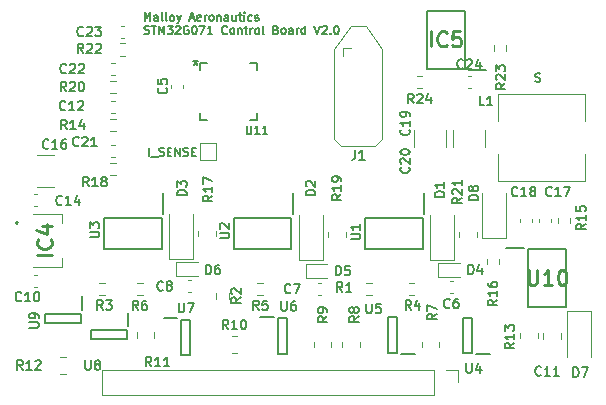
<source format=gbr>
%TF.GenerationSoftware,KiCad,Pcbnew,7.0.5*%
%TF.CreationDate,2023-08-21T12:06:50+01:00*%
%TF.ProjectId,ESC_Control_Board_STM32G071_V2,4553435f-436f-46e7-9472-6f6c5f426f61,rev?*%
%TF.SameCoordinates,Original*%
%TF.FileFunction,Legend,Top*%
%TF.FilePolarity,Positive*%
%FSLAX46Y46*%
G04 Gerber Fmt 4.6, Leading zero omitted, Abs format (unit mm)*
G04 Created by KiCad (PCBNEW 7.0.5) date 2023-08-21 12:06:50*
%MOMM*%
%LPD*%
G01*
G04 APERTURE LIST*
%ADD10C,0.150000*%
%ADD11C,0.254000*%
%ADD12C,0.152400*%
%ADD13C,0.200000*%
%ADD14C,0.100000*%
%ADD15C,0.120000*%
G04 APERTURE END LIST*
D10*
X153302017Y-54423200D02*
X153402017Y-54456533D01*
X153402017Y-54456533D02*
X153568684Y-54456533D01*
X153568684Y-54456533D02*
X153635350Y-54423200D01*
X153635350Y-54423200D02*
X153668684Y-54389866D01*
X153668684Y-54389866D02*
X153702017Y-54323200D01*
X153702017Y-54323200D02*
X153702017Y-54256533D01*
X153702017Y-54256533D02*
X153668684Y-54189866D01*
X153668684Y-54189866D02*
X153635350Y-54156533D01*
X153635350Y-54156533D02*
X153568684Y-54123200D01*
X153568684Y-54123200D02*
X153435350Y-54089866D01*
X153435350Y-54089866D02*
X153368684Y-54056533D01*
X153368684Y-54056533D02*
X153335350Y-54023200D01*
X153335350Y-54023200D02*
X153302017Y-53956533D01*
X153302017Y-53956533D02*
X153302017Y-53889866D01*
X153302017Y-53889866D02*
X153335350Y-53823200D01*
X153335350Y-53823200D02*
X153368684Y-53789866D01*
X153368684Y-53789866D02*
X153435350Y-53756533D01*
X153435350Y-53756533D02*
X153602017Y-53756533D01*
X153602017Y-53756533D02*
X153702017Y-53789866D01*
X120625350Y-60746533D02*
X120625350Y-60046533D01*
X120792017Y-60813200D02*
X121325350Y-60813200D01*
X121458683Y-60713200D02*
X121558683Y-60746533D01*
X121558683Y-60746533D02*
X121725350Y-60746533D01*
X121725350Y-60746533D02*
X121792016Y-60713200D01*
X121792016Y-60713200D02*
X121825350Y-60679866D01*
X121825350Y-60679866D02*
X121858683Y-60613200D01*
X121858683Y-60613200D02*
X121858683Y-60546533D01*
X121858683Y-60546533D02*
X121825350Y-60479866D01*
X121825350Y-60479866D02*
X121792016Y-60446533D01*
X121792016Y-60446533D02*
X121725350Y-60413200D01*
X121725350Y-60413200D02*
X121592016Y-60379866D01*
X121592016Y-60379866D02*
X121525350Y-60346533D01*
X121525350Y-60346533D02*
X121492016Y-60313200D01*
X121492016Y-60313200D02*
X121458683Y-60246533D01*
X121458683Y-60246533D02*
X121458683Y-60179866D01*
X121458683Y-60179866D02*
X121492016Y-60113200D01*
X121492016Y-60113200D02*
X121525350Y-60079866D01*
X121525350Y-60079866D02*
X121592016Y-60046533D01*
X121592016Y-60046533D02*
X121758683Y-60046533D01*
X121758683Y-60046533D02*
X121858683Y-60079866D01*
X122158683Y-60379866D02*
X122392017Y-60379866D01*
X122492017Y-60746533D02*
X122158683Y-60746533D01*
X122158683Y-60746533D02*
X122158683Y-60046533D01*
X122158683Y-60046533D02*
X122492017Y-60046533D01*
X122792016Y-60746533D02*
X122792016Y-60046533D01*
X122792016Y-60046533D02*
X123192016Y-60746533D01*
X123192016Y-60746533D02*
X123192016Y-60046533D01*
X123492016Y-60713200D02*
X123592016Y-60746533D01*
X123592016Y-60746533D02*
X123758683Y-60746533D01*
X123758683Y-60746533D02*
X123825349Y-60713200D01*
X123825349Y-60713200D02*
X123858683Y-60679866D01*
X123858683Y-60679866D02*
X123892016Y-60613200D01*
X123892016Y-60613200D02*
X123892016Y-60546533D01*
X123892016Y-60546533D02*
X123858683Y-60479866D01*
X123858683Y-60479866D02*
X123825349Y-60446533D01*
X123825349Y-60446533D02*
X123758683Y-60413200D01*
X123758683Y-60413200D02*
X123625349Y-60379866D01*
X123625349Y-60379866D02*
X123558683Y-60346533D01*
X123558683Y-60346533D02*
X123525349Y-60313200D01*
X123525349Y-60313200D02*
X123492016Y-60246533D01*
X123492016Y-60246533D02*
X123492016Y-60179866D01*
X123492016Y-60179866D02*
X123525349Y-60113200D01*
X123525349Y-60113200D02*
X123558683Y-60079866D01*
X123558683Y-60079866D02*
X123625349Y-60046533D01*
X123625349Y-60046533D02*
X123792016Y-60046533D01*
X123792016Y-60046533D02*
X123892016Y-60079866D01*
X124192016Y-60379866D02*
X124425350Y-60379866D01*
X124525350Y-60746533D02*
X124192016Y-60746533D01*
X124192016Y-60746533D02*
X124192016Y-60046533D01*
X124192016Y-60046533D02*
X124525350Y-60046533D01*
X120225350Y-49299533D02*
X120225350Y-48599533D01*
X120225350Y-48599533D02*
X120458684Y-49099533D01*
X120458684Y-49099533D02*
X120692017Y-48599533D01*
X120692017Y-48599533D02*
X120692017Y-49299533D01*
X121325350Y-49299533D02*
X121325350Y-48932866D01*
X121325350Y-48932866D02*
X121292017Y-48866200D01*
X121292017Y-48866200D02*
X121225350Y-48832866D01*
X121225350Y-48832866D02*
X121092017Y-48832866D01*
X121092017Y-48832866D02*
X121025350Y-48866200D01*
X121325350Y-49266200D02*
X121258684Y-49299533D01*
X121258684Y-49299533D02*
X121092017Y-49299533D01*
X121092017Y-49299533D02*
X121025350Y-49266200D01*
X121025350Y-49266200D02*
X120992017Y-49199533D01*
X120992017Y-49199533D02*
X120992017Y-49132866D01*
X120992017Y-49132866D02*
X121025350Y-49066200D01*
X121025350Y-49066200D02*
X121092017Y-49032866D01*
X121092017Y-49032866D02*
X121258684Y-49032866D01*
X121258684Y-49032866D02*
X121325350Y-48999533D01*
X121758683Y-49299533D02*
X121692017Y-49266200D01*
X121692017Y-49266200D02*
X121658683Y-49199533D01*
X121658683Y-49199533D02*
X121658683Y-48599533D01*
X122125350Y-49299533D02*
X122058684Y-49266200D01*
X122058684Y-49266200D02*
X122025350Y-49199533D01*
X122025350Y-49199533D02*
X122025350Y-48599533D01*
X122492017Y-49299533D02*
X122425351Y-49266200D01*
X122425351Y-49266200D02*
X122392017Y-49232866D01*
X122392017Y-49232866D02*
X122358684Y-49166200D01*
X122358684Y-49166200D02*
X122358684Y-48966200D01*
X122358684Y-48966200D02*
X122392017Y-48899533D01*
X122392017Y-48899533D02*
X122425351Y-48866200D01*
X122425351Y-48866200D02*
X122492017Y-48832866D01*
X122492017Y-48832866D02*
X122592017Y-48832866D01*
X122592017Y-48832866D02*
X122658684Y-48866200D01*
X122658684Y-48866200D02*
X122692017Y-48899533D01*
X122692017Y-48899533D02*
X122725351Y-48966200D01*
X122725351Y-48966200D02*
X122725351Y-49166200D01*
X122725351Y-49166200D02*
X122692017Y-49232866D01*
X122692017Y-49232866D02*
X122658684Y-49266200D01*
X122658684Y-49266200D02*
X122592017Y-49299533D01*
X122592017Y-49299533D02*
X122492017Y-49299533D01*
X122958684Y-48832866D02*
X123125350Y-49299533D01*
X123292017Y-48832866D02*
X123125350Y-49299533D01*
X123125350Y-49299533D02*
X123058684Y-49466200D01*
X123058684Y-49466200D02*
X123025350Y-49499533D01*
X123025350Y-49499533D02*
X122958684Y-49532866D01*
X124058683Y-49099533D02*
X124392016Y-49099533D01*
X123992016Y-49299533D02*
X124225350Y-48599533D01*
X124225350Y-48599533D02*
X124458683Y-49299533D01*
X124958683Y-49266200D02*
X124892016Y-49299533D01*
X124892016Y-49299533D02*
X124758683Y-49299533D01*
X124758683Y-49299533D02*
X124692016Y-49266200D01*
X124692016Y-49266200D02*
X124658683Y-49199533D01*
X124658683Y-49199533D02*
X124658683Y-48932866D01*
X124658683Y-48932866D02*
X124692016Y-48866200D01*
X124692016Y-48866200D02*
X124758683Y-48832866D01*
X124758683Y-48832866D02*
X124892016Y-48832866D01*
X124892016Y-48832866D02*
X124958683Y-48866200D01*
X124958683Y-48866200D02*
X124992016Y-48932866D01*
X124992016Y-48932866D02*
X124992016Y-48999533D01*
X124992016Y-48999533D02*
X124658683Y-49066200D01*
X125292016Y-49299533D02*
X125292016Y-48832866D01*
X125292016Y-48966200D02*
X125325350Y-48899533D01*
X125325350Y-48899533D02*
X125358683Y-48866200D01*
X125358683Y-48866200D02*
X125425350Y-48832866D01*
X125425350Y-48832866D02*
X125492016Y-48832866D01*
X125825349Y-49299533D02*
X125758683Y-49266200D01*
X125758683Y-49266200D02*
X125725349Y-49232866D01*
X125725349Y-49232866D02*
X125692016Y-49166200D01*
X125692016Y-49166200D02*
X125692016Y-48966200D01*
X125692016Y-48966200D02*
X125725349Y-48899533D01*
X125725349Y-48899533D02*
X125758683Y-48866200D01*
X125758683Y-48866200D02*
X125825349Y-48832866D01*
X125825349Y-48832866D02*
X125925349Y-48832866D01*
X125925349Y-48832866D02*
X125992016Y-48866200D01*
X125992016Y-48866200D02*
X126025349Y-48899533D01*
X126025349Y-48899533D02*
X126058683Y-48966200D01*
X126058683Y-48966200D02*
X126058683Y-49166200D01*
X126058683Y-49166200D02*
X126025349Y-49232866D01*
X126025349Y-49232866D02*
X125992016Y-49266200D01*
X125992016Y-49266200D02*
X125925349Y-49299533D01*
X125925349Y-49299533D02*
X125825349Y-49299533D01*
X126358682Y-48832866D02*
X126358682Y-49299533D01*
X126358682Y-48899533D02*
X126392016Y-48866200D01*
X126392016Y-48866200D02*
X126458682Y-48832866D01*
X126458682Y-48832866D02*
X126558682Y-48832866D01*
X126558682Y-48832866D02*
X126625349Y-48866200D01*
X126625349Y-48866200D02*
X126658682Y-48932866D01*
X126658682Y-48932866D02*
X126658682Y-49299533D01*
X127292015Y-49299533D02*
X127292015Y-48932866D01*
X127292015Y-48932866D02*
X127258682Y-48866200D01*
X127258682Y-48866200D02*
X127192015Y-48832866D01*
X127192015Y-48832866D02*
X127058682Y-48832866D01*
X127058682Y-48832866D02*
X126992015Y-48866200D01*
X127292015Y-49266200D02*
X127225349Y-49299533D01*
X127225349Y-49299533D02*
X127058682Y-49299533D01*
X127058682Y-49299533D02*
X126992015Y-49266200D01*
X126992015Y-49266200D02*
X126958682Y-49199533D01*
X126958682Y-49199533D02*
X126958682Y-49132866D01*
X126958682Y-49132866D02*
X126992015Y-49066200D01*
X126992015Y-49066200D02*
X127058682Y-49032866D01*
X127058682Y-49032866D02*
X127225349Y-49032866D01*
X127225349Y-49032866D02*
X127292015Y-48999533D01*
X127925348Y-48832866D02*
X127925348Y-49299533D01*
X127625348Y-48832866D02*
X127625348Y-49199533D01*
X127625348Y-49199533D02*
X127658682Y-49266200D01*
X127658682Y-49266200D02*
X127725348Y-49299533D01*
X127725348Y-49299533D02*
X127825348Y-49299533D01*
X127825348Y-49299533D02*
X127892015Y-49266200D01*
X127892015Y-49266200D02*
X127925348Y-49232866D01*
X128158681Y-48832866D02*
X128425348Y-48832866D01*
X128258681Y-48599533D02*
X128258681Y-49199533D01*
X128258681Y-49199533D02*
X128292015Y-49266200D01*
X128292015Y-49266200D02*
X128358681Y-49299533D01*
X128358681Y-49299533D02*
X128425348Y-49299533D01*
X128658681Y-49299533D02*
X128658681Y-48832866D01*
X128658681Y-48599533D02*
X128625348Y-48632866D01*
X128625348Y-48632866D02*
X128658681Y-48666200D01*
X128658681Y-48666200D02*
X128692015Y-48632866D01*
X128692015Y-48632866D02*
X128658681Y-48599533D01*
X128658681Y-48599533D02*
X128658681Y-48666200D01*
X129292014Y-49266200D02*
X129225348Y-49299533D01*
X129225348Y-49299533D02*
X129092014Y-49299533D01*
X129092014Y-49299533D02*
X129025348Y-49266200D01*
X129025348Y-49266200D02*
X128992014Y-49232866D01*
X128992014Y-49232866D02*
X128958681Y-49166200D01*
X128958681Y-49166200D02*
X128958681Y-48966200D01*
X128958681Y-48966200D02*
X128992014Y-48899533D01*
X128992014Y-48899533D02*
X129025348Y-48866200D01*
X129025348Y-48866200D02*
X129092014Y-48832866D01*
X129092014Y-48832866D02*
X129225348Y-48832866D01*
X129225348Y-48832866D02*
X129292014Y-48866200D01*
X129558681Y-49266200D02*
X129625348Y-49299533D01*
X129625348Y-49299533D02*
X129758681Y-49299533D01*
X129758681Y-49299533D02*
X129825348Y-49266200D01*
X129825348Y-49266200D02*
X129858681Y-49199533D01*
X129858681Y-49199533D02*
X129858681Y-49166200D01*
X129858681Y-49166200D02*
X129825348Y-49099533D01*
X129825348Y-49099533D02*
X129758681Y-49066200D01*
X129758681Y-49066200D02*
X129658681Y-49066200D01*
X129658681Y-49066200D02*
X129592014Y-49032866D01*
X129592014Y-49032866D02*
X129558681Y-48966200D01*
X129558681Y-48966200D02*
X129558681Y-48932866D01*
X129558681Y-48932866D02*
X129592014Y-48866200D01*
X129592014Y-48866200D02*
X129658681Y-48832866D01*
X129658681Y-48832866D02*
X129758681Y-48832866D01*
X129758681Y-48832866D02*
X129825348Y-48866200D01*
X120192017Y-50393200D02*
X120292017Y-50426533D01*
X120292017Y-50426533D02*
X120458684Y-50426533D01*
X120458684Y-50426533D02*
X120525350Y-50393200D01*
X120525350Y-50393200D02*
X120558684Y-50359866D01*
X120558684Y-50359866D02*
X120592017Y-50293200D01*
X120592017Y-50293200D02*
X120592017Y-50226533D01*
X120592017Y-50226533D02*
X120558684Y-50159866D01*
X120558684Y-50159866D02*
X120525350Y-50126533D01*
X120525350Y-50126533D02*
X120458684Y-50093200D01*
X120458684Y-50093200D02*
X120325350Y-50059866D01*
X120325350Y-50059866D02*
X120258684Y-50026533D01*
X120258684Y-50026533D02*
X120225350Y-49993200D01*
X120225350Y-49993200D02*
X120192017Y-49926533D01*
X120192017Y-49926533D02*
X120192017Y-49859866D01*
X120192017Y-49859866D02*
X120225350Y-49793200D01*
X120225350Y-49793200D02*
X120258684Y-49759866D01*
X120258684Y-49759866D02*
X120325350Y-49726533D01*
X120325350Y-49726533D02*
X120492017Y-49726533D01*
X120492017Y-49726533D02*
X120592017Y-49759866D01*
X120792017Y-49726533D02*
X121192017Y-49726533D01*
X120992017Y-50426533D02*
X120992017Y-49726533D01*
X121425350Y-50426533D02*
X121425350Y-49726533D01*
X121425350Y-49726533D02*
X121658684Y-50226533D01*
X121658684Y-50226533D02*
X121892017Y-49726533D01*
X121892017Y-49726533D02*
X121892017Y-50426533D01*
X122158684Y-49726533D02*
X122592017Y-49726533D01*
X122592017Y-49726533D02*
X122358684Y-49993200D01*
X122358684Y-49993200D02*
X122458684Y-49993200D01*
X122458684Y-49993200D02*
X122525350Y-50026533D01*
X122525350Y-50026533D02*
X122558684Y-50059866D01*
X122558684Y-50059866D02*
X122592017Y-50126533D01*
X122592017Y-50126533D02*
X122592017Y-50293200D01*
X122592017Y-50293200D02*
X122558684Y-50359866D01*
X122558684Y-50359866D02*
X122525350Y-50393200D01*
X122525350Y-50393200D02*
X122458684Y-50426533D01*
X122458684Y-50426533D02*
X122258684Y-50426533D01*
X122258684Y-50426533D02*
X122192017Y-50393200D01*
X122192017Y-50393200D02*
X122158684Y-50359866D01*
X122858684Y-49793200D02*
X122892017Y-49759866D01*
X122892017Y-49759866D02*
X122958684Y-49726533D01*
X122958684Y-49726533D02*
X123125351Y-49726533D01*
X123125351Y-49726533D02*
X123192017Y-49759866D01*
X123192017Y-49759866D02*
X123225351Y-49793200D01*
X123225351Y-49793200D02*
X123258684Y-49859866D01*
X123258684Y-49859866D02*
X123258684Y-49926533D01*
X123258684Y-49926533D02*
X123225351Y-50026533D01*
X123225351Y-50026533D02*
X122825351Y-50426533D01*
X122825351Y-50426533D02*
X123258684Y-50426533D01*
X123925351Y-49759866D02*
X123858684Y-49726533D01*
X123858684Y-49726533D02*
X123758684Y-49726533D01*
X123758684Y-49726533D02*
X123658684Y-49759866D01*
X123658684Y-49759866D02*
X123592018Y-49826533D01*
X123592018Y-49826533D02*
X123558684Y-49893200D01*
X123558684Y-49893200D02*
X123525351Y-50026533D01*
X123525351Y-50026533D02*
X123525351Y-50126533D01*
X123525351Y-50126533D02*
X123558684Y-50259866D01*
X123558684Y-50259866D02*
X123592018Y-50326533D01*
X123592018Y-50326533D02*
X123658684Y-50393200D01*
X123658684Y-50393200D02*
X123758684Y-50426533D01*
X123758684Y-50426533D02*
X123825351Y-50426533D01*
X123825351Y-50426533D02*
X123925351Y-50393200D01*
X123925351Y-50393200D02*
X123958684Y-50359866D01*
X123958684Y-50359866D02*
X123958684Y-50126533D01*
X123958684Y-50126533D02*
X123825351Y-50126533D01*
X124392018Y-49726533D02*
X124458684Y-49726533D01*
X124458684Y-49726533D02*
X124525351Y-49759866D01*
X124525351Y-49759866D02*
X124558684Y-49793200D01*
X124558684Y-49793200D02*
X124592018Y-49859866D01*
X124592018Y-49859866D02*
X124625351Y-49993200D01*
X124625351Y-49993200D02*
X124625351Y-50159866D01*
X124625351Y-50159866D02*
X124592018Y-50293200D01*
X124592018Y-50293200D02*
X124558684Y-50359866D01*
X124558684Y-50359866D02*
X124525351Y-50393200D01*
X124525351Y-50393200D02*
X124458684Y-50426533D01*
X124458684Y-50426533D02*
X124392018Y-50426533D01*
X124392018Y-50426533D02*
X124325351Y-50393200D01*
X124325351Y-50393200D02*
X124292018Y-50359866D01*
X124292018Y-50359866D02*
X124258684Y-50293200D01*
X124258684Y-50293200D02*
X124225351Y-50159866D01*
X124225351Y-50159866D02*
X124225351Y-49993200D01*
X124225351Y-49993200D02*
X124258684Y-49859866D01*
X124258684Y-49859866D02*
X124292018Y-49793200D01*
X124292018Y-49793200D02*
X124325351Y-49759866D01*
X124325351Y-49759866D02*
X124392018Y-49726533D01*
X124858685Y-49726533D02*
X125325351Y-49726533D01*
X125325351Y-49726533D02*
X125025351Y-50426533D01*
X125958685Y-50426533D02*
X125558685Y-50426533D01*
X125758685Y-50426533D02*
X125758685Y-49726533D01*
X125758685Y-49726533D02*
X125692018Y-49826533D01*
X125692018Y-49826533D02*
X125625352Y-49893200D01*
X125625352Y-49893200D02*
X125558685Y-49926533D01*
X127192018Y-50359866D02*
X127158685Y-50393200D01*
X127158685Y-50393200D02*
X127058685Y-50426533D01*
X127058685Y-50426533D02*
X126992018Y-50426533D01*
X126992018Y-50426533D02*
X126892018Y-50393200D01*
X126892018Y-50393200D02*
X126825352Y-50326533D01*
X126825352Y-50326533D02*
X126792018Y-50259866D01*
X126792018Y-50259866D02*
X126758685Y-50126533D01*
X126758685Y-50126533D02*
X126758685Y-50026533D01*
X126758685Y-50026533D02*
X126792018Y-49893200D01*
X126792018Y-49893200D02*
X126825352Y-49826533D01*
X126825352Y-49826533D02*
X126892018Y-49759866D01*
X126892018Y-49759866D02*
X126992018Y-49726533D01*
X126992018Y-49726533D02*
X127058685Y-49726533D01*
X127058685Y-49726533D02*
X127158685Y-49759866D01*
X127158685Y-49759866D02*
X127192018Y-49793200D01*
X127592018Y-50426533D02*
X127525352Y-50393200D01*
X127525352Y-50393200D02*
X127492018Y-50359866D01*
X127492018Y-50359866D02*
X127458685Y-50293200D01*
X127458685Y-50293200D02*
X127458685Y-50093200D01*
X127458685Y-50093200D02*
X127492018Y-50026533D01*
X127492018Y-50026533D02*
X127525352Y-49993200D01*
X127525352Y-49993200D02*
X127592018Y-49959866D01*
X127592018Y-49959866D02*
X127692018Y-49959866D01*
X127692018Y-49959866D02*
X127758685Y-49993200D01*
X127758685Y-49993200D02*
X127792018Y-50026533D01*
X127792018Y-50026533D02*
X127825352Y-50093200D01*
X127825352Y-50093200D02*
X127825352Y-50293200D01*
X127825352Y-50293200D02*
X127792018Y-50359866D01*
X127792018Y-50359866D02*
X127758685Y-50393200D01*
X127758685Y-50393200D02*
X127692018Y-50426533D01*
X127692018Y-50426533D02*
X127592018Y-50426533D01*
X128125351Y-49959866D02*
X128125351Y-50426533D01*
X128125351Y-50026533D02*
X128158685Y-49993200D01*
X128158685Y-49993200D02*
X128225351Y-49959866D01*
X128225351Y-49959866D02*
X128325351Y-49959866D01*
X128325351Y-49959866D02*
X128392018Y-49993200D01*
X128392018Y-49993200D02*
X128425351Y-50059866D01*
X128425351Y-50059866D02*
X128425351Y-50426533D01*
X128658684Y-49959866D02*
X128925351Y-49959866D01*
X128758684Y-49726533D02*
X128758684Y-50326533D01*
X128758684Y-50326533D02*
X128792018Y-50393200D01*
X128792018Y-50393200D02*
X128858684Y-50426533D01*
X128858684Y-50426533D02*
X128925351Y-50426533D01*
X129158684Y-50426533D02*
X129158684Y-49959866D01*
X129158684Y-50093200D02*
X129192018Y-50026533D01*
X129192018Y-50026533D02*
X129225351Y-49993200D01*
X129225351Y-49993200D02*
X129292018Y-49959866D01*
X129292018Y-49959866D02*
X129358684Y-49959866D01*
X129692017Y-50426533D02*
X129625351Y-50393200D01*
X129625351Y-50393200D02*
X129592017Y-50359866D01*
X129592017Y-50359866D02*
X129558684Y-50293200D01*
X129558684Y-50293200D02*
X129558684Y-50093200D01*
X129558684Y-50093200D02*
X129592017Y-50026533D01*
X129592017Y-50026533D02*
X129625351Y-49993200D01*
X129625351Y-49993200D02*
X129692017Y-49959866D01*
X129692017Y-49959866D02*
X129792017Y-49959866D01*
X129792017Y-49959866D02*
X129858684Y-49993200D01*
X129858684Y-49993200D02*
X129892017Y-50026533D01*
X129892017Y-50026533D02*
X129925351Y-50093200D01*
X129925351Y-50093200D02*
X129925351Y-50293200D01*
X129925351Y-50293200D02*
X129892017Y-50359866D01*
X129892017Y-50359866D02*
X129858684Y-50393200D01*
X129858684Y-50393200D02*
X129792017Y-50426533D01*
X129792017Y-50426533D02*
X129692017Y-50426533D01*
X130325350Y-50426533D02*
X130258684Y-50393200D01*
X130258684Y-50393200D02*
X130225350Y-50326533D01*
X130225350Y-50326533D02*
X130225350Y-49726533D01*
X131358684Y-50059866D02*
X131458684Y-50093200D01*
X131458684Y-50093200D02*
X131492017Y-50126533D01*
X131492017Y-50126533D02*
X131525350Y-50193200D01*
X131525350Y-50193200D02*
X131525350Y-50293200D01*
X131525350Y-50293200D02*
X131492017Y-50359866D01*
X131492017Y-50359866D02*
X131458684Y-50393200D01*
X131458684Y-50393200D02*
X131392017Y-50426533D01*
X131392017Y-50426533D02*
X131125350Y-50426533D01*
X131125350Y-50426533D02*
X131125350Y-49726533D01*
X131125350Y-49726533D02*
X131358684Y-49726533D01*
X131358684Y-49726533D02*
X131425350Y-49759866D01*
X131425350Y-49759866D02*
X131458684Y-49793200D01*
X131458684Y-49793200D02*
X131492017Y-49859866D01*
X131492017Y-49859866D02*
X131492017Y-49926533D01*
X131492017Y-49926533D02*
X131458684Y-49993200D01*
X131458684Y-49993200D02*
X131425350Y-50026533D01*
X131425350Y-50026533D02*
X131358684Y-50059866D01*
X131358684Y-50059866D02*
X131125350Y-50059866D01*
X131925350Y-50426533D02*
X131858684Y-50393200D01*
X131858684Y-50393200D02*
X131825350Y-50359866D01*
X131825350Y-50359866D02*
X131792017Y-50293200D01*
X131792017Y-50293200D02*
X131792017Y-50093200D01*
X131792017Y-50093200D02*
X131825350Y-50026533D01*
X131825350Y-50026533D02*
X131858684Y-49993200D01*
X131858684Y-49993200D02*
X131925350Y-49959866D01*
X131925350Y-49959866D02*
X132025350Y-49959866D01*
X132025350Y-49959866D02*
X132092017Y-49993200D01*
X132092017Y-49993200D02*
X132125350Y-50026533D01*
X132125350Y-50026533D02*
X132158684Y-50093200D01*
X132158684Y-50093200D02*
X132158684Y-50293200D01*
X132158684Y-50293200D02*
X132125350Y-50359866D01*
X132125350Y-50359866D02*
X132092017Y-50393200D01*
X132092017Y-50393200D02*
X132025350Y-50426533D01*
X132025350Y-50426533D02*
X131925350Y-50426533D01*
X132758683Y-50426533D02*
X132758683Y-50059866D01*
X132758683Y-50059866D02*
X132725350Y-49993200D01*
X132725350Y-49993200D02*
X132658683Y-49959866D01*
X132658683Y-49959866D02*
X132525350Y-49959866D01*
X132525350Y-49959866D02*
X132458683Y-49993200D01*
X132758683Y-50393200D02*
X132692017Y-50426533D01*
X132692017Y-50426533D02*
X132525350Y-50426533D01*
X132525350Y-50426533D02*
X132458683Y-50393200D01*
X132458683Y-50393200D02*
X132425350Y-50326533D01*
X132425350Y-50326533D02*
X132425350Y-50259866D01*
X132425350Y-50259866D02*
X132458683Y-50193200D01*
X132458683Y-50193200D02*
X132525350Y-50159866D01*
X132525350Y-50159866D02*
X132692017Y-50159866D01*
X132692017Y-50159866D02*
X132758683Y-50126533D01*
X133092016Y-50426533D02*
X133092016Y-49959866D01*
X133092016Y-50093200D02*
X133125350Y-50026533D01*
X133125350Y-50026533D02*
X133158683Y-49993200D01*
X133158683Y-49993200D02*
X133225350Y-49959866D01*
X133225350Y-49959866D02*
X133292016Y-49959866D01*
X133825349Y-50426533D02*
X133825349Y-49726533D01*
X133825349Y-50393200D02*
X133758683Y-50426533D01*
X133758683Y-50426533D02*
X133625349Y-50426533D01*
X133625349Y-50426533D02*
X133558683Y-50393200D01*
X133558683Y-50393200D02*
X133525349Y-50359866D01*
X133525349Y-50359866D02*
X133492016Y-50293200D01*
X133492016Y-50293200D02*
X133492016Y-50093200D01*
X133492016Y-50093200D02*
X133525349Y-50026533D01*
X133525349Y-50026533D02*
X133558683Y-49993200D01*
X133558683Y-49993200D02*
X133625349Y-49959866D01*
X133625349Y-49959866D02*
X133758683Y-49959866D01*
X133758683Y-49959866D02*
X133825349Y-49993200D01*
X134592015Y-49726533D02*
X134825349Y-50426533D01*
X134825349Y-50426533D02*
X135058682Y-49726533D01*
X135258682Y-49793200D02*
X135292015Y-49759866D01*
X135292015Y-49759866D02*
X135358682Y-49726533D01*
X135358682Y-49726533D02*
X135525349Y-49726533D01*
X135525349Y-49726533D02*
X135592015Y-49759866D01*
X135592015Y-49759866D02*
X135625349Y-49793200D01*
X135625349Y-49793200D02*
X135658682Y-49859866D01*
X135658682Y-49859866D02*
X135658682Y-49926533D01*
X135658682Y-49926533D02*
X135625349Y-50026533D01*
X135625349Y-50026533D02*
X135225349Y-50426533D01*
X135225349Y-50426533D02*
X135658682Y-50426533D01*
X135958682Y-50359866D02*
X135992016Y-50393200D01*
X135992016Y-50393200D02*
X135958682Y-50426533D01*
X135958682Y-50426533D02*
X135925349Y-50393200D01*
X135925349Y-50393200D02*
X135958682Y-50359866D01*
X135958682Y-50359866D02*
X135958682Y-50426533D01*
X136425349Y-49726533D02*
X136492015Y-49726533D01*
X136492015Y-49726533D02*
X136558682Y-49759866D01*
X136558682Y-49759866D02*
X136592015Y-49793200D01*
X136592015Y-49793200D02*
X136625349Y-49859866D01*
X136625349Y-49859866D02*
X136658682Y-49993200D01*
X136658682Y-49993200D02*
X136658682Y-50159866D01*
X136658682Y-50159866D02*
X136625349Y-50293200D01*
X136625349Y-50293200D02*
X136592015Y-50359866D01*
X136592015Y-50359866D02*
X136558682Y-50393200D01*
X136558682Y-50393200D02*
X136492015Y-50426533D01*
X136492015Y-50426533D02*
X136425349Y-50426533D01*
X136425349Y-50426533D02*
X136358682Y-50393200D01*
X136358682Y-50393200D02*
X136325349Y-50359866D01*
X136325349Y-50359866D02*
X136292015Y-50293200D01*
X136292015Y-50293200D02*
X136258682Y-50159866D01*
X136258682Y-50159866D02*
X136258682Y-49993200D01*
X136258682Y-49993200D02*
X136292015Y-49859866D01*
X136292015Y-49859866D02*
X136325349Y-49793200D01*
X136325349Y-49793200D02*
X136358682Y-49759866D01*
X136358682Y-49759866D02*
X136425349Y-49726533D01*
%TO.C,U11*%
X128853333Y-58216033D02*
X128853333Y-58782700D01*
X128853333Y-58782700D02*
X128886667Y-58849366D01*
X128886667Y-58849366D02*
X128920000Y-58882700D01*
X128920000Y-58882700D02*
X128986667Y-58916033D01*
X128986667Y-58916033D02*
X129120000Y-58916033D01*
X129120000Y-58916033D02*
X129186667Y-58882700D01*
X129186667Y-58882700D02*
X129220000Y-58849366D01*
X129220000Y-58849366D02*
X129253333Y-58782700D01*
X129253333Y-58782700D02*
X129253333Y-58216033D01*
X129953333Y-58916033D02*
X129553333Y-58916033D01*
X129753333Y-58916033D02*
X129753333Y-58216033D01*
X129753333Y-58216033D02*
X129686666Y-58316033D01*
X129686666Y-58316033D02*
X129620000Y-58382700D01*
X129620000Y-58382700D02*
X129553333Y-58416033D01*
X130620000Y-58916033D02*
X130220000Y-58916033D01*
X130420000Y-58916033D02*
X130420000Y-58216033D01*
X130420000Y-58216033D02*
X130353333Y-58316033D01*
X130353333Y-58316033D02*
X130286667Y-58382700D01*
X130286667Y-58382700D02*
X130220000Y-58416033D01*
X124535600Y-52598819D02*
X124535600Y-52836914D01*
X124297505Y-52741676D02*
X124535600Y-52836914D01*
X124535600Y-52836914D02*
X124773695Y-52741676D01*
X124392743Y-53027390D02*
X124535600Y-52836914D01*
X124535600Y-52836914D02*
X124678457Y-53027390D01*
X124535600Y-52598819D02*
X124535600Y-52836914D01*
X124297505Y-52741676D02*
X124535600Y-52836914D01*
X124535600Y-52836914D02*
X124773695Y-52741676D01*
X124392743Y-53027390D02*
X124535600Y-52836914D01*
X124535600Y-52836914D02*
X124678457Y-53027390D01*
D11*
%TO.C,IC5*%
X144460237Y-51474318D02*
X144460237Y-50204318D01*
X145790714Y-51353365D02*
X145730238Y-51413842D01*
X145730238Y-51413842D02*
X145548809Y-51474318D01*
X145548809Y-51474318D02*
X145427857Y-51474318D01*
X145427857Y-51474318D02*
X145246428Y-51413842D01*
X145246428Y-51413842D02*
X145125476Y-51292889D01*
X145125476Y-51292889D02*
X145064999Y-51171937D01*
X145064999Y-51171937D02*
X145004523Y-50930032D01*
X145004523Y-50930032D02*
X145004523Y-50748603D01*
X145004523Y-50748603D02*
X145064999Y-50506699D01*
X145064999Y-50506699D02*
X145125476Y-50385746D01*
X145125476Y-50385746D02*
X145246428Y-50264794D01*
X145246428Y-50264794D02*
X145427857Y-50204318D01*
X145427857Y-50204318D02*
X145548809Y-50204318D01*
X145548809Y-50204318D02*
X145730238Y-50264794D01*
X145730238Y-50264794D02*
X145790714Y-50325270D01*
X146939761Y-50204318D02*
X146334999Y-50204318D01*
X146334999Y-50204318D02*
X146274523Y-50809080D01*
X146274523Y-50809080D02*
X146334999Y-50748603D01*
X146334999Y-50748603D02*
X146455952Y-50688127D01*
X146455952Y-50688127D02*
X146758333Y-50688127D01*
X146758333Y-50688127D02*
X146879285Y-50748603D01*
X146879285Y-50748603D02*
X146939761Y-50809080D01*
X146939761Y-50809080D02*
X147000238Y-50930032D01*
X147000238Y-50930032D02*
X147000238Y-51232413D01*
X147000238Y-51232413D02*
X146939761Y-51353365D01*
X146939761Y-51353365D02*
X146879285Y-51413842D01*
X146879285Y-51413842D02*
X146758333Y-51474318D01*
X146758333Y-51474318D02*
X146455952Y-51474318D01*
X146455952Y-51474318D02*
X146334999Y-51413842D01*
X146334999Y-51413842D02*
X146274523Y-51353365D01*
%TO.C,IC4*%
X112374318Y-69139762D02*
X111104318Y-69139762D01*
X112253365Y-67809285D02*
X112313842Y-67869761D01*
X112313842Y-67869761D02*
X112374318Y-68051190D01*
X112374318Y-68051190D02*
X112374318Y-68172142D01*
X112374318Y-68172142D02*
X112313842Y-68353571D01*
X112313842Y-68353571D02*
X112192889Y-68474523D01*
X112192889Y-68474523D02*
X112071937Y-68535000D01*
X112071937Y-68535000D02*
X111830032Y-68595476D01*
X111830032Y-68595476D02*
X111648603Y-68595476D01*
X111648603Y-68595476D02*
X111406699Y-68535000D01*
X111406699Y-68535000D02*
X111285746Y-68474523D01*
X111285746Y-68474523D02*
X111164794Y-68353571D01*
X111164794Y-68353571D02*
X111104318Y-68172142D01*
X111104318Y-68172142D02*
X111104318Y-68051190D01*
X111104318Y-68051190D02*
X111164794Y-67869761D01*
X111164794Y-67869761D02*
X111225270Y-67809285D01*
X111527651Y-66720714D02*
X112374318Y-66720714D01*
X111043842Y-67023095D02*
X111950984Y-67325476D01*
X111950984Y-67325476D02*
X111950984Y-66539285D01*
%TO.C,U10*%
X152727618Y-70404318D02*
X152727618Y-71432413D01*
X152727618Y-71432413D02*
X152788095Y-71553365D01*
X152788095Y-71553365D02*
X152848571Y-71613842D01*
X152848571Y-71613842D02*
X152969523Y-71674318D01*
X152969523Y-71674318D02*
X153211428Y-71674318D01*
X153211428Y-71674318D02*
X153332380Y-71613842D01*
X153332380Y-71613842D02*
X153392857Y-71553365D01*
X153392857Y-71553365D02*
X153453333Y-71432413D01*
X153453333Y-71432413D02*
X153453333Y-70404318D01*
X154723333Y-71674318D02*
X153997618Y-71674318D01*
X154360475Y-71674318D02*
X154360475Y-70404318D01*
X154360475Y-70404318D02*
X154239523Y-70585746D01*
X154239523Y-70585746D02*
X154118571Y-70706699D01*
X154118571Y-70706699D02*
X153997618Y-70767175D01*
X155509523Y-70404318D02*
X155630476Y-70404318D01*
X155630476Y-70404318D02*
X155751428Y-70464794D01*
X155751428Y-70464794D02*
X155811904Y-70525270D01*
X155811904Y-70525270D02*
X155872380Y-70646222D01*
X155872380Y-70646222D02*
X155932857Y-70888127D01*
X155932857Y-70888127D02*
X155932857Y-71190508D01*
X155932857Y-71190508D02*
X155872380Y-71432413D01*
X155872380Y-71432413D02*
X155811904Y-71553365D01*
X155811904Y-71553365D02*
X155751428Y-71613842D01*
X155751428Y-71613842D02*
X155630476Y-71674318D01*
X155630476Y-71674318D02*
X155509523Y-71674318D01*
X155509523Y-71674318D02*
X155388571Y-71613842D01*
X155388571Y-71613842D02*
X155328095Y-71553365D01*
X155328095Y-71553365D02*
X155267618Y-71432413D01*
X155267618Y-71432413D02*
X155207142Y-71190508D01*
X155207142Y-71190508D02*
X155207142Y-70888127D01*
X155207142Y-70888127D02*
X155267618Y-70646222D01*
X155267618Y-70646222D02*
X155328095Y-70525270D01*
X155328095Y-70525270D02*
X155388571Y-70464794D01*
X155388571Y-70464794D02*
X155509523Y-70404318D01*
D10*
%TO.C,J1*%
X138043333Y-60252295D02*
X138043333Y-60823723D01*
X138043333Y-60823723D02*
X138005238Y-60938009D01*
X138005238Y-60938009D02*
X137929047Y-61014200D01*
X137929047Y-61014200D02*
X137814762Y-61052295D01*
X137814762Y-61052295D02*
X137738571Y-61052295D01*
X138843333Y-61052295D02*
X138386190Y-61052295D01*
X138614762Y-61052295D02*
X138614762Y-60252295D01*
X138614762Y-60252295D02*
X138538571Y-60366580D01*
X138538571Y-60366580D02*
X138462381Y-60442771D01*
X138462381Y-60442771D02*
X138386190Y-60480866D01*
%TO.C,C11*%
X153785714Y-79286104D02*
X153747618Y-79324200D01*
X153747618Y-79324200D02*
X153633333Y-79362295D01*
X153633333Y-79362295D02*
X153557142Y-79362295D01*
X153557142Y-79362295D02*
X153442856Y-79324200D01*
X153442856Y-79324200D02*
X153366666Y-79248009D01*
X153366666Y-79248009D02*
X153328571Y-79171819D01*
X153328571Y-79171819D02*
X153290475Y-79019438D01*
X153290475Y-79019438D02*
X153290475Y-78905152D01*
X153290475Y-78905152D02*
X153328571Y-78752771D01*
X153328571Y-78752771D02*
X153366666Y-78676580D01*
X153366666Y-78676580D02*
X153442856Y-78600390D01*
X153442856Y-78600390D02*
X153557142Y-78562295D01*
X153557142Y-78562295D02*
X153633333Y-78562295D01*
X153633333Y-78562295D02*
X153747618Y-78600390D01*
X153747618Y-78600390D02*
X153785714Y-78638485D01*
X154547618Y-79362295D02*
X154090475Y-79362295D01*
X154319047Y-79362295D02*
X154319047Y-78562295D01*
X154319047Y-78562295D02*
X154242856Y-78676580D01*
X154242856Y-78676580D02*
X154166666Y-78752771D01*
X154166666Y-78752771D02*
X154090475Y-78790866D01*
X155309523Y-79362295D02*
X154852380Y-79362295D01*
X155080952Y-79362295D02*
X155080952Y-78562295D01*
X155080952Y-78562295D02*
X155004761Y-78676580D01*
X155004761Y-78676580D02*
X154928571Y-78752771D01*
X154928571Y-78752771D02*
X154852380Y-78790866D01*
%TO.C,D7*%
X156509524Y-79462295D02*
X156509524Y-78662295D01*
X156509524Y-78662295D02*
X156700000Y-78662295D01*
X156700000Y-78662295D02*
X156814286Y-78700390D01*
X156814286Y-78700390D02*
X156890476Y-78776580D01*
X156890476Y-78776580D02*
X156928571Y-78852771D01*
X156928571Y-78852771D02*
X156966667Y-79005152D01*
X156966667Y-79005152D02*
X156966667Y-79119438D01*
X156966667Y-79119438D02*
X156928571Y-79271819D01*
X156928571Y-79271819D02*
X156890476Y-79348009D01*
X156890476Y-79348009D02*
X156814286Y-79424200D01*
X156814286Y-79424200D02*
X156700000Y-79462295D01*
X156700000Y-79462295D02*
X156509524Y-79462295D01*
X157233333Y-78662295D02*
X157766667Y-78662295D01*
X157766667Y-78662295D02*
X157423809Y-79462295D01*
%TO.C,R23*%
X150742295Y-54614285D02*
X150361342Y-54880952D01*
X150742295Y-55071428D02*
X149942295Y-55071428D01*
X149942295Y-55071428D02*
X149942295Y-54766666D01*
X149942295Y-54766666D02*
X149980390Y-54690476D01*
X149980390Y-54690476D02*
X150018485Y-54652381D01*
X150018485Y-54652381D02*
X150094676Y-54614285D01*
X150094676Y-54614285D02*
X150208961Y-54614285D01*
X150208961Y-54614285D02*
X150285152Y-54652381D01*
X150285152Y-54652381D02*
X150323247Y-54690476D01*
X150323247Y-54690476D02*
X150361342Y-54766666D01*
X150361342Y-54766666D02*
X150361342Y-55071428D01*
X150018485Y-54309524D02*
X149980390Y-54271428D01*
X149980390Y-54271428D02*
X149942295Y-54195238D01*
X149942295Y-54195238D02*
X149942295Y-54004762D01*
X149942295Y-54004762D02*
X149980390Y-53928571D01*
X149980390Y-53928571D02*
X150018485Y-53890476D01*
X150018485Y-53890476D02*
X150094676Y-53852381D01*
X150094676Y-53852381D02*
X150170866Y-53852381D01*
X150170866Y-53852381D02*
X150285152Y-53890476D01*
X150285152Y-53890476D02*
X150742295Y-54347619D01*
X150742295Y-54347619D02*
X150742295Y-53852381D01*
X149942295Y-53585714D02*
X149942295Y-53090476D01*
X149942295Y-53090476D02*
X150247057Y-53357142D01*
X150247057Y-53357142D02*
X150247057Y-53242857D01*
X150247057Y-53242857D02*
X150285152Y-53166666D01*
X150285152Y-53166666D02*
X150323247Y-53128571D01*
X150323247Y-53128571D02*
X150399438Y-53090476D01*
X150399438Y-53090476D02*
X150589914Y-53090476D01*
X150589914Y-53090476D02*
X150666104Y-53128571D01*
X150666104Y-53128571D02*
X150704200Y-53166666D01*
X150704200Y-53166666D02*
X150742295Y-53242857D01*
X150742295Y-53242857D02*
X150742295Y-53471428D01*
X150742295Y-53471428D02*
X150704200Y-53547619D01*
X150704200Y-53547619D02*
X150666104Y-53585714D01*
%TO.C,R14*%
X113615714Y-58502295D02*
X113349047Y-58121342D01*
X113158571Y-58502295D02*
X113158571Y-57702295D01*
X113158571Y-57702295D02*
X113463333Y-57702295D01*
X113463333Y-57702295D02*
X113539523Y-57740390D01*
X113539523Y-57740390D02*
X113577618Y-57778485D01*
X113577618Y-57778485D02*
X113615714Y-57854676D01*
X113615714Y-57854676D02*
X113615714Y-57968961D01*
X113615714Y-57968961D02*
X113577618Y-58045152D01*
X113577618Y-58045152D02*
X113539523Y-58083247D01*
X113539523Y-58083247D02*
X113463333Y-58121342D01*
X113463333Y-58121342D02*
X113158571Y-58121342D01*
X114377618Y-58502295D02*
X113920475Y-58502295D01*
X114149047Y-58502295D02*
X114149047Y-57702295D01*
X114149047Y-57702295D02*
X114072856Y-57816580D01*
X114072856Y-57816580D02*
X113996666Y-57892771D01*
X113996666Y-57892771D02*
X113920475Y-57930866D01*
X115063333Y-57968961D02*
X115063333Y-58502295D01*
X114872857Y-57664200D02*
X114682380Y-58235628D01*
X114682380Y-58235628D02*
X115177619Y-58235628D01*
%TO.C,C7*%
X132566667Y-72286104D02*
X132528571Y-72324200D01*
X132528571Y-72324200D02*
X132414286Y-72362295D01*
X132414286Y-72362295D02*
X132338095Y-72362295D01*
X132338095Y-72362295D02*
X132223809Y-72324200D01*
X132223809Y-72324200D02*
X132147619Y-72248009D01*
X132147619Y-72248009D02*
X132109524Y-72171819D01*
X132109524Y-72171819D02*
X132071428Y-72019438D01*
X132071428Y-72019438D02*
X132071428Y-71905152D01*
X132071428Y-71905152D02*
X132109524Y-71752771D01*
X132109524Y-71752771D02*
X132147619Y-71676580D01*
X132147619Y-71676580D02*
X132223809Y-71600390D01*
X132223809Y-71600390D02*
X132338095Y-71562295D01*
X132338095Y-71562295D02*
X132414286Y-71562295D01*
X132414286Y-71562295D02*
X132528571Y-71600390D01*
X132528571Y-71600390D02*
X132566667Y-71638485D01*
X132833333Y-71562295D02*
X133366667Y-71562295D01*
X133366667Y-71562295D02*
X133023809Y-72362295D01*
%TO.C,R20*%
X113555714Y-55262295D02*
X113289047Y-54881342D01*
X113098571Y-55262295D02*
X113098571Y-54462295D01*
X113098571Y-54462295D02*
X113403333Y-54462295D01*
X113403333Y-54462295D02*
X113479523Y-54500390D01*
X113479523Y-54500390D02*
X113517618Y-54538485D01*
X113517618Y-54538485D02*
X113555714Y-54614676D01*
X113555714Y-54614676D02*
X113555714Y-54728961D01*
X113555714Y-54728961D02*
X113517618Y-54805152D01*
X113517618Y-54805152D02*
X113479523Y-54843247D01*
X113479523Y-54843247D02*
X113403333Y-54881342D01*
X113403333Y-54881342D02*
X113098571Y-54881342D01*
X113860475Y-54538485D02*
X113898571Y-54500390D01*
X113898571Y-54500390D02*
X113974761Y-54462295D01*
X113974761Y-54462295D02*
X114165237Y-54462295D01*
X114165237Y-54462295D02*
X114241428Y-54500390D01*
X114241428Y-54500390D02*
X114279523Y-54538485D01*
X114279523Y-54538485D02*
X114317618Y-54614676D01*
X114317618Y-54614676D02*
X114317618Y-54690866D01*
X114317618Y-54690866D02*
X114279523Y-54805152D01*
X114279523Y-54805152D02*
X113822380Y-55262295D01*
X113822380Y-55262295D02*
X114317618Y-55262295D01*
X114812857Y-54462295D02*
X114889047Y-54462295D01*
X114889047Y-54462295D02*
X114965238Y-54500390D01*
X114965238Y-54500390D02*
X115003333Y-54538485D01*
X115003333Y-54538485D02*
X115041428Y-54614676D01*
X115041428Y-54614676D02*
X115079523Y-54767057D01*
X115079523Y-54767057D02*
X115079523Y-54957533D01*
X115079523Y-54957533D02*
X115041428Y-55109914D01*
X115041428Y-55109914D02*
X115003333Y-55186104D01*
X115003333Y-55186104D02*
X114965238Y-55224200D01*
X114965238Y-55224200D02*
X114889047Y-55262295D01*
X114889047Y-55262295D02*
X114812857Y-55262295D01*
X114812857Y-55262295D02*
X114736666Y-55224200D01*
X114736666Y-55224200D02*
X114698571Y-55186104D01*
X114698571Y-55186104D02*
X114660476Y-55109914D01*
X114660476Y-55109914D02*
X114622380Y-54957533D01*
X114622380Y-54957533D02*
X114622380Y-54767057D01*
X114622380Y-54767057D02*
X114660476Y-54614676D01*
X114660476Y-54614676D02*
X114698571Y-54538485D01*
X114698571Y-54538485D02*
X114736666Y-54500390D01*
X114736666Y-54500390D02*
X114812857Y-54462295D01*
%TO.C,D8*%
X148462295Y-64490475D02*
X147662295Y-64490475D01*
X147662295Y-64490475D02*
X147662295Y-64299999D01*
X147662295Y-64299999D02*
X147700390Y-64185713D01*
X147700390Y-64185713D02*
X147776580Y-64109523D01*
X147776580Y-64109523D02*
X147852771Y-64071428D01*
X147852771Y-64071428D02*
X148005152Y-64033332D01*
X148005152Y-64033332D02*
X148119438Y-64033332D01*
X148119438Y-64033332D02*
X148271819Y-64071428D01*
X148271819Y-64071428D02*
X148348009Y-64109523D01*
X148348009Y-64109523D02*
X148424200Y-64185713D01*
X148424200Y-64185713D02*
X148462295Y-64299999D01*
X148462295Y-64299999D02*
X148462295Y-64490475D01*
X148005152Y-63576190D02*
X147967057Y-63652380D01*
X147967057Y-63652380D02*
X147928961Y-63690475D01*
X147928961Y-63690475D02*
X147852771Y-63728571D01*
X147852771Y-63728571D02*
X147814676Y-63728571D01*
X147814676Y-63728571D02*
X147738485Y-63690475D01*
X147738485Y-63690475D02*
X147700390Y-63652380D01*
X147700390Y-63652380D02*
X147662295Y-63576190D01*
X147662295Y-63576190D02*
X147662295Y-63423809D01*
X147662295Y-63423809D02*
X147700390Y-63347618D01*
X147700390Y-63347618D02*
X147738485Y-63309523D01*
X147738485Y-63309523D02*
X147814676Y-63271428D01*
X147814676Y-63271428D02*
X147852771Y-63271428D01*
X147852771Y-63271428D02*
X147928961Y-63309523D01*
X147928961Y-63309523D02*
X147967057Y-63347618D01*
X147967057Y-63347618D02*
X148005152Y-63423809D01*
X148005152Y-63423809D02*
X148005152Y-63576190D01*
X148005152Y-63576190D02*
X148043247Y-63652380D01*
X148043247Y-63652380D02*
X148081342Y-63690475D01*
X148081342Y-63690475D02*
X148157533Y-63728571D01*
X148157533Y-63728571D02*
X148309914Y-63728571D01*
X148309914Y-63728571D02*
X148386104Y-63690475D01*
X148386104Y-63690475D02*
X148424200Y-63652380D01*
X148424200Y-63652380D02*
X148462295Y-63576190D01*
X148462295Y-63576190D02*
X148462295Y-63423809D01*
X148462295Y-63423809D02*
X148424200Y-63347618D01*
X148424200Y-63347618D02*
X148386104Y-63309523D01*
X148386104Y-63309523D02*
X148309914Y-63271428D01*
X148309914Y-63271428D02*
X148157533Y-63271428D01*
X148157533Y-63271428D02*
X148081342Y-63309523D01*
X148081342Y-63309523D02*
X148043247Y-63347618D01*
X148043247Y-63347618D02*
X148005152Y-63423809D01*
%TO.C,R18*%
X115495714Y-63332295D02*
X115229047Y-62951342D01*
X115038571Y-63332295D02*
X115038571Y-62532295D01*
X115038571Y-62532295D02*
X115343333Y-62532295D01*
X115343333Y-62532295D02*
X115419523Y-62570390D01*
X115419523Y-62570390D02*
X115457618Y-62608485D01*
X115457618Y-62608485D02*
X115495714Y-62684676D01*
X115495714Y-62684676D02*
X115495714Y-62798961D01*
X115495714Y-62798961D02*
X115457618Y-62875152D01*
X115457618Y-62875152D02*
X115419523Y-62913247D01*
X115419523Y-62913247D02*
X115343333Y-62951342D01*
X115343333Y-62951342D02*
X115038571Y-62951342D01*
X116257618Y-63332295D02*
X115800475Y-63332295D01*
X116029047Y-63332295D02*
X116029047Y-62532295D01*
X116029047Y-62532295D02*
X115952856Y-62646580D01*
X115952856Y-62646580D02*
X115876666Y-62722771D01*
X115876666Y-62722771D02*
X115800475Y-62760866D01*
X116714761Y-62875152D02*
X116638571Y-62837057D01*
X116638571Y-62837057D02*
X116600476Y-62798961D01*
X116600476Y-62798961D02*
X116562380Y-62722771D01*
X116562380Y-62722771D02*
X116562380Y-62684676D01*
X116562380Y-62684676D02*
X116600476Y-62608485D01*
X116600476Y-62608485D02*
X116638571Y-62570390D01*
X116638571Y-62570390D02*
X116714761Y-62532295D01*
X116714761Y-62532295D02*
X116867142Y-62532295D01*
X116867142Y-62532295D02*
X116943333Y-62570390D01*
X116943333Y-62570390D02*
X116981428Y-62608485D01*
X116981428Y-62608485D02*
X117019523Y-62684676D01*
X117019523Y-62684676D02*
X117019523Y-62722771D01*
X117019523Y-62722771D02*
X116981428Y-62798961D01*
X116981428Y-62798961D02*
X116943333Y-62837057D01*
X116943333Y-62837057D02*
X116867142Y-62875152D01*
X116867142Y-62875152D02*
X116714761Y-62875152D01*
X116714761Y-62875152D02*
X116638571Y-62913247D01*
X116638571Y-62913247D02*
X116600476Y-62951342D01*
X116600476Y-62951342D02*
X116562380Y-63027533D01*
X116562380Y-63027533D02*
X116562380Y-63179914D01*
X116562380Y-63179914D02*
X116600476Y-63256104D01*
X116600476Y-63256104D02*
X116638571Y-63294200D01*
X116638571Y-63294200D02*
X116714761Y-63332295D01*
X116714761Y-63332295D02*
X116867142Y-63332295D01*
X116867142Y-63332295D02*
X116943333Y-63294200D01*
X116943333Y-63294200D02*
X116981428Y-63256104D01*
X116981428Y-63256104D02*
X117019523Y-63179914D01*
X117019523Y-63179914D02*
X117019523Y-63027533D01*
X117019523Y-63027533D02*
X116981428Y-62951342D01*
X116981428Y-62951342D02*
X116943333Y-62913247D01*
X116943333Y-62913247D02*
X116867142Y-62875152D01*
%TO.C,D3*%
X123762295Y-64090475D02*
X122962295Y-64090475D01*
X122962295Y-64090475D02*
X122962295Y-63899999D01*
X122962295Y-63899999D02*
X123000390Y-63785713D01*
X123000390Y-63785713D02*
X123076580Y-63709523D01*
X123076580Y-63709523D02*
X123152771Y-63671428D01*
X123152771Y-63671428D02*
X123305152Y-63633332D01*
X123305152Y-63633332D02*
X123419438Y-63633332D01*
X123419438Y-63633332D02*
X123571819Y-63671428D01*
X123571819Y-63671428D02*
X123648009Y-63709523D01*
X123648009Y-63709523D02*
X123724200Y-63785713D01*
X123724200Y-63785713D02*
X123762295Y-63899999D01*
X123762295Y-63899999D02*
X123762295Y-64090475D01*
X122962295Y-63366666D02*
X122962295Y-62871428D01*
X122962295Y-62871428D02*
X123267057Y-63138094D01*
X123267057Y-63138094D02*
X123267057Y-63023809D01*
X123267057Y-63023809D02*
X123305152Y-62947618D01*
X123305152Y-62947618D02*
X123343247Y-62909523D01*
X123343247Y-62909523D02*
X123419438Y-62871428D01*
X123419438Y-62871428D02*
X123609914Y-62871428D01*
X123609914Y-62871428D02*
X123686104Y-62909523D01*
X123686104Y-62909523D02*
X123724200Y-62947618D01*
X123724200Y-62947618D02*
X123762295Y-63023809D01*
X123762295Y-63023809D02*
X123762295Y-63252380D01*
X123762295Y-63252380D02*
X123724200Y-63328571D01*
X123724200Y-63328571D02*
X123686104Y-63366666D01*
%TO.C,C17*%
X154685714Y-64086104D02*
X154647618Y-64124200D01*
X154647618Y-64124200D02*
X154533333Y-64162295D01*
X154533333Y-64162295D02*
X154457142Y-64162295D01*
X154457142Y-64162295D02*
X154342856Y-64124200D01*
X154342856Y-64124200D02*
X154266666Y-64048009D01*
X154266666Y-64048009D02*
X154228571Y-63971819D01*
X154228571Y-63971819D02*
X154190475Y-63819438D01*
X154190475Y-63819438D02*
X154190475Y-63705152D01*
X154190475Y-63705152D02*
X154228571Y-63552771D01*
X154228571Y-63552771D02*
X154266666Y-63476580D01*
X154266666Y-63476580D02*
X154342856Y-63400390D01*
X154342856Y-63400390D02*
X154457142Y-63362295D01*
X154457142Y-63362295D02*
X154533333Y-63362295D01*
X154533333Y-63362295D02*
X154647618Y-63400390D01*
X154647618Y-63400390D02*
X154685714Y-63438485D01*
X155447618Y-64162295D02*
X154990475Y-64162295D01*
X155219047Y-64162295D02*
X155219047Y-63362295D01*
X155219047Y-63362295D02*
X155142856Y-63476580D01*
X155142856Y-63476580D02*
X155066666Y-63552771D01*
X155066666Y-63552771D02*
X154990475Y-63590866D01*
X155714285Y-63362295D02*
X156247619Y-63362295D01*
X156247619Y-63362295D02*
X155904761Y-64162295D01*
%TO.C,R5*%
X129866667Y-73792295D02*
X129600000Y-73411342D01*
X129409524Y-73792295D02*
X129409524Y-72992295D01*
X129409524Y-72992295D02*
X129714286Y-72992295D01*
X129714286Y-72992295D02*
X129790476Y-73030390D01*
X129790476Y-73030390D02*
X129828571Y-73068485D01*
X129828571Y-73068485D02*
X129866667Y-73144676D01*
X129866667Y-73144676D02*
X129866667Y-73258961D01*
X129866667Y-73258961D02*
X129828571Y-73335152D01*
X129828571Y-73335152D02*
X129790476Y-73373247D01*
X129790476Y-73373247D02*
X129714286Y-73411342D01*
X129714286Y-73411342D02*
X129409524Y-73411342D01*
X130590476Y-72992295D02*
X130209524Y-72992295D01*
X130209524Y-72992295D02*
X130171428Y-73373247D01*
X130171428Y-73373247D02*
X130209524Y-73335152D01*
X130209524Y-73335152D02*
X130285714Y-73297057D01*
X130285714Y-73297057D02*
X130476190Y-73297057D01*
X130476190Y-73297057D02*
X130552381Y-73335152D01*
X130552381Y-73335152D02*
X130590476Y-73373247D01*
X130590476Y-73373247D02*
X130628571Y-73449438D01*
X130628571Y-73449438D02*
X130628571Y-73639914D01*
X130628571Y-73639914D02*
X130590476Y-73716104D01*
X130590476Y-73716104D02*
X130552381Y-73754200D01*
X130552381Y-73754200D02*
X130476190Y-73792295D01*
X130476190Y-73792295D02*
X130285714Y-73792295D01*
X130285714Y-73792295D02*
X130209524Y-73754200D01*
X130209524Y-73754200D02*
X130171428Y-73716104D01*
%TO.C,R10*%
X127285714Y-75412295D02*
X127019047Y-75031342D01*
X126828571Y-75412295D02*
X126828571Y-74612295D01*
X126828571Y-74612295D02*
X127133333Y-74612295D01*
X127133333Y-74612295D02*
X127209523Y-74650390D01*
X127209523Y-74650390D02*
X127247618Y-74688485D01*
X127247618Y-74688485D02*
X127285714Y-74764676D01*
X127285714Y-74764676D02*
X127285714Y-74878961D01*
X127285714Y-74878961D02*
X127247618Y-74955152D01*
X127247618Y-74955152D02*
X127209523Y-74993247D01*
X127209523Y-74993247D02*
X127133333Y-75031342D01*
X127133333Y-75031342D02*
X126828571Y-75031342D01*
X128047618Y-75412295D02*
X127590475Y-75412295D01*
X127819047Y-75412295D02*
X127819047Y-74612295D01*
X127819047Y-74612295D02*
X127742856Y-74726580D01*
X127742856Y-74726580D02*
X127666666Y-74802771D01*
X127666666Y-74802771D02*
X127590475Y-74840866D01*
X128542857Y-74612295D02*
X128619047Y-74612295D01*
X128619047Y-74612295D02*
X128695238Y-74650390D01*
X128695238Y-74650390D02*
X128733333Y-74688485D01*
X128733333Y-74688485D02*
X128771428Y-74764676D01*
X128771428Y-74764676D02*
X128809523Y-74917057D01*
X128809523Y-74917057D02*
X128809523Y-75107533D01*
X128809523Y-75107533D02*
X128771428Y-75259914D01*
X128771428Y-75259914D02*
X128733333Y-75336104D01*
X128733333Y-75336104D02*
X128695238Y-75374200D01*
X128695238Y-75374200D02*
X128619047Y-75412295D01*
X128619047Y-75412295D02*
X128542857Y-75412295D01*
X128542857Y-75412295D02*
X128466666Y-75374200D01*
X128466666Y-75374200D02*
X128428571Y-75336104D01*
X128428571Y-75336104D02*
X128390476Y-75259914D01*
X128390476Y-75259914D02*
X128352380Y-75107533D01*
X128352380Y-75107533D02*
X128352380Y-74917057D01*
X128352380Y-74917057D02*
X128390476Y-74764676D01*
X128390476Y-74764676D02*
X128428571Y-74688485D01*
X128428571Y-74688485D02*
X128466666Y-74650390D01*
X128466666Y-74650390D02*
X128542857Y-74612295D01*
%TO.C,C12*%
X113515714Y-56826104D02*
X113477618Y-56864200D01*
X113477618Y-56864200D02*
X113363333Y-56902295D01*
X113363333Y-56902295D02*
X113287142Y-56902295D01*
X113287142Y-56902295D02*
X113172856Y-56864200D01*
X113172856Y-56864200D02*
X113096666Y-56788009D01*
X113096666Y-56788009D02*
X113058571Y-56711819D01*
X113058571Y-56711819D02*
X113020475Y-56559438D01*
X113020475Y-56559438D02*
X113020475Y-56445152D01*
X113020475Y-56445152D02*
X113058571Y-56292771D01*
X113058571Y-56292771D02*
X113096666Y-56216580D01*
X113096666Y-56216580D02*
X113172856Y-56140390D01*
X113172856Y-56140390D02*
X113287142Y-56102295D01*
X113287142Y-56102295D02*
X113363333Y-56102295D01*
X113363333Y-56102295D02*
X113477618Y-56140390D01*
X113477618Y-56140390D02*
X113515714Y-56178485D01*
X114277618Y-56902295D02*
X113820475Y-56902295D01*
X114049047Y-56902295D02*
X114049047Y-56102295D01*
X114049047Y-56102295D02*
X113972856Y-56216580D01*
X113972856Y-56216580D02*
X113896666Y-56292771D01*
X113896666Y-56292771D02*
X113820475Y-56330866D01*
X114582380Y-56178485D02*
X114620476Y-56140390D01*
X114620476Y-56140390D02*
X114696666Y-56102295D01*
X114696666Y-56102295D02*
X114887142Y-56102295D01*
X114887142Y-56102295D02*
X114963333Y-56140390D01*
X114963333Y-56140390D02*
X115001428Y-56178485D01*
X115001428Y-56178485D02*
X115039523Y-56254676D01*
X115039523Y-56254676D02*
X115039523Y-56330866D01*
X115039523Y-56330866D02*
X115001428Y-56445152D01*
X115001428Y-56445152D02*
X114544285Y-56902295D01*
X114544285Y-56902295D02*
X115039523Y-56902295D01*
%TO.C,D2*%
X134662295Y-64090475D02*
X133862295Y-64090475D01*
X133862295Y-64090475D02*
X133862295Y-63899999D01*
X133862295Y-63899999D02*
X133900390Y-63785713D01*
X133900390Y-63785713D02*
X133976580Y-63709523D01*
X133976580Y-63709523D02*
X134052771Y-63671428D01*
X134052771Y-63671428D02*
X134205152Y-63633332D01*
X134205152Y-63633332D02*
X134319438Y-63633332D01*
X134319438Y-63633332D02*
X134471819Y-63671428D01*
X134471819Y-63671428D02*
X134548009Y-63709523D01*
X134548009Y-63709523D02*
X134624200Y-63785713D01*
X134624200Y-63785713D02*
X134662295Y-63899999D01*
X134662295Y-63899999D02*
X134662295Y-64090475D01*
X133938485Y-63328571D02*
X133900390Y-63290475D01*
X133900390Y-63290475D02*
X133862295Y-63214285D01*
X133862295Y-63214285D02*
X133862295Y-63023809D01*
X133862295Y-63023809D02*
X133900390Y-62947618D01*
X133900390Y-62947618D02*
X133938485Y-62909523D01*
X133938485Y-62909523D02*
X134014676Y-62871428D01*
X134014676Y-62871428D02*
X134090866Y-62871428D01*
X134090866Y-62871428D02*
X134205152Y-62909523D01*
X134205152Y-62909523D02*
X134662295Y-63366666D01*
X134662295Y-63366666D02*
X134662295Y-62871428D01*
%TO.C,R15*%
X157562295Y-66514285D02*
X157181342Y-66780952D01*
X157562295Y-66971428D02*
X156762295Y-66971428D01*
X156762295Y-66971428D02*
X156762295Y-66666666D01*
X156762295Y-66666666D02*
X156800390Y-66590476D01*
X156800390Y-66590476D02*
X156838485Y-66552381D01*
X156838485Y-66552381D02*
X156914676Y-66514285D01*
X156914676Y-66514285D02*
X157028961Y-66514285D01*
X157028961Y-66514285D02*
X157105152Y-66552381D01*
X157105152Y-66552381D02*
X157143247Y-66590476D01*
X157143247Y-66590476D02*
X157181342Y-66666666D01*
X157181342Y-66666666D02*
X157181342Y-66971428D01*
X157562295Y-65752381D02*
X157562295Y-66209524D01*
X157562295Y-65980952D02*
X156762295Y-65980952D01*
X156762295Y-65980952D02*
X156876580Y-66057143D01*
X156876580Y-66057143D02*
X156952771Y-66133333D01*
X156952771Y-66133333D02*
X156990866Y-66209524D01*
X156762295Y-65028571D02*
X156762295Y-65409523D01*
X156762295Y-65409523D02*
X157143247Y-65447619D01*
X157143247Y-65447619D02*
X157105152Y-65409523D01*
X157105152Y-65409523D02*
X157067057Y-65333333D01*
X157067057Y-65333333D02*
X157067057Y-65142857D01*
X157067057Y-65142857D02*
X157105152Y-65066666D01*
X157105152Y-65066666D02*
X157143247Y-65028571D01*
X157143247Y-65028571D02*
X157219438Y-64990476D01*
X157219438Y-64990476D02*
X157409914Y-64990476D01*
X157409914Y-64990476D02*
X157486104Y-65028571D01*
X157486104Y-65028571D02*
X157524200Y-65066666D01*
X157524200Y-65066666D02*
X157562295Y-65142857D01*
X157562295Y-65142857D02*
X157562295Y-65333333D01*
X157562295Y-65333333D02*
X157524200Y-65409523D01*
X157524200Y-65409523D02*
X157486104Y-65447619D01*
%TO.C,C18*%
X151785714Y-64086104D02*
X151747618Y-64124200D01*
X151747618Y-64124200D02*
X151633333Y-64162295D01*
X151633333Y-64162295D02*
X151557142Y-64162295D01*
X151557142Y-64162295D02*
X151442856Y-64124200D01*
X151442856Y-64124200D02*
X151366666Y-64048009D01*
X151366666Y-64048009D02*
X151328571Y-63971819D01*
X151328571Y-63971819D02*
X151290475Y-63819438D01*
X151290475Y-63819438D02*
X151290475Y-63705152D01*
X151290475Y-63705152D02*
X151328571Y-63552771D01*
X151328571Y-63552771D02*
X151366666Y-63476580D01*
X151366666Y-63476580D02*
X151442856Y-63400390D01*
X151442856Y-63400390D02*
X151557142Y-63362295D01*
X151557142Y-63362295D02*
X151633333Y-63362295D01*
X151633333Y-63362295D02*
X151747618Y-63400390D01*
X151747618Y-63400390D02*
X151785714Y-63438485D01*
X152547618Y-64162295D02*
X152090475Y-64162295D01*
X152319047Y-64162295D02*
X152319047Y-63362295D01*
X152319047Y-63362295D02*
X152242856Y-63476580D01*
X152242856Y-63476580D02*
X152166666Y-63552771D01*
X152166666Y-63552771D02*
X152090475Y-63590866D01*
X153004761Y-63705152D02*
X152928571Y-63667057D01*
X152928571Y-63667057D02*
X152890476Y-63628961D01*
X152890476Y-63628961D02*
X152852380Y-63552771D01*
X152852380Y-63552771D02*
X152852380Y-63514676D01*
X152852380Y-63514676D02*
X152890476Y-63438485D01*
X152890476Y-63438485D02*
X152928571Y-63400390D01*
X152928571Y-63400390D02*
X153004761Y-63362295D01*
X153004761Y-63362295D02*
X153157142Y-63362295D01*
X153157142Y-63362295D02*
X153233333Y-63400390D01*
X153233333Y-63400390D02*
X153271428Y-63438485D01*
X153271428Y-63438485D02*
X153309523Y-63514676D01*
X153309523Y-63514676D02*
X153309523Y-63552771D01*
X153309523Y-63552771D02*
X153271428Y-63628961D01*
X153271428Y-63628961D02*
X153233333Y-63667057D01*
X153233333Y-63667057D02*
X153157142Y-63705152D01*
X153157142Y-63705152D02*
X153004761Y-63705152D01*
X153004761Y-63705152D02*
X152928571Y-63743247D01*
X152928571Y-63743247D02*
X152890476Y-63781342D01*
X152890476Y-63781342D02*
X152852380Y-63857533D01*
X152852380Y-63857533D02*
X152852380Y-64009914D01*
X152852380Y-64009914D02*
X152890476Y-64086104D01*
X152890476Y-64086104D02*
X152928571Y-64124200D01*
X152928571Y-64124200D02*
X153004761Y-64162295D01*
X153004761Y-64162295D02*
X153157142Y-64162295D01*
X153157142Y-64162295D02*
X153233333Y-64124200D01*
X153233333Y-64124200D02*
X153271428Y-64086104D01*
X153271428Y-64086104D02*
X153309523Y-64009914D01*
X153309523Y-64009914D02*
X153309523Y-63857533D01*
X153309523Y-63857533D02*
X153271428Y-63781342D01*
X153271428Y-63781342D02*
X153233333Y-63743247D01*
X153233333Y-63743247D02*
X153157142Y-63705152D01*
%TO.C,C8*%
X121766667Y-72086104D02*
X121728571Y-72124200D01*
X121728571Y-72124200D02*
X121614286Y-72162295D01*
X121614286Y-72162295D02*
X121538095Y-72162295D01*
X121538095Y-72162295D02*
X121423809Y-72124200D01*
X121423809Y-72124200D02*
X121347619Y-72048009D01*
X121347619Y-72048009D02*
X121309524Y-71971819D01*
X121309524Y-71971819D02*
X121271428Y-71819438D01*
X121271428Y-71819438D02*
X121271428Y-71705152D01*
X121271428Y-71705152D02*
X121309524Y-71552771D01*
X121309524Y-71552771D02*
X121347619Y-71476580D01*
X121347619Y-71476580D02*
X121423809Y-71400390D01*
X121423809Y-71400390D02*
X121538095Y-71362295D01*
X121538095Y-71362295D02*
X121614286Y-71362295D01*
X121614286Y-71362295D02*
X121728571Y-71400390D01*
X121728571Y-71400390D02*
X121766667Y-71438485D01*
X122223809Y-71705152D02*
X122147619Y-71667057D01*
X122147619Y-71667057D02*
X122109524Y-71628961D01*
X122109524Y-71628961D02*
X122071428Y-71552771D01*
X122071428Y-71552771D02*
X122071428Y-71514676D01*
X122071428Y-71514676D02*
X122109524Y-71438485D01*
X122109524Y-71438485D02*
X122147619Y-71400390D01*
X122147619Y-71400390D02*
X122223809Y-71362295D01*
X122223809Y-71362295D02*
X122376190Y-71362295D01*
X122376190Y-71362295D02*
X122452381Y-71400390D01*
X122452381Y-71400390D02*
X122490476Y-71438485D01*
X122490476Y-71438485D02*
X122528571Y-71514676D01*
X122528571Y-71514676D02*
X122528571Y-71552771D01*
X122528571Y-71552771D02*
X122490476Y-71628961D01*
X122490476Y-71628961D02*
X122452381Y-71667057D01*
X122452381Y-71667057D02*
X122376190Y-71705152D01*
X122376190Y-71705152D02*
X122223809Y-71705152D01*
X122223809Y-71705152D02*
X122147619Y-71743247D01*
X122147619Y-71743247D02*
X122109524Y-71781342D01*
X122109524Y-71781342D02*
X122071428Y-71857533D01*
X122071428Y-71857533D02*
X122071428Y-72009914D01*
X122071428Y-72009914D02*
X122109524Y-72086104D01*
X122109524Y-72086104D02*
X122147619Y-72124200D01*
X122147619Y-72124200D02*
X122223809Y-72162295D01*
X122223809Y-72162295D02*
X122376190Y-72162295D01*
X122376190Y-72162295D02*
X122452381Y-72124200D01*
X122452381Y-72124200D02*
X122490476Y-72086104D01*
X122490476Y-72086104D02*
X122528571Y-72009914D01*
X122528571Y-72009914D02*
X122528571Y-71857533D01*
X122528571Y-71857533D02*
X122490476Y-71781342D01*
X122490476Y-71781342D02*
X122452381Y-71743247D01*
X122452381Y-71743247D02*
X122376190Y-71705152D01*
%TO.C,R21*%
X147062295Y-64314285D02*
X146681342Y-64580952D01*
X147062295Y-64771428D02*
X146262295Y-64771428D01*
X146262295Y-64771428D02*
X146262295Y-64466666D01*
X146262295Y-64466666D02*
X146300390Y-64390476D01*
X146300390Y-64390476D02*
X146338485Y-64352381D01*
X146338485Y-64352381D02*
X146414676Y-64314285D01*
X146414676Y-64314285D02*
X146528961Y-64314285D01*
X146528961Y-64314285D02*
X146605152Y-64352381D01*
X146605152Y-64352381D02*
X146643247Y-64390476D01*
X146643247Y-64390476D02*
X146681342Y-64466666D01*
X146681342Y-64466666D02*
X146681342Y-64771428D01*
X146338485Y-64009524D02*
X146300390Y-63971428D01*
X146300390Y-63971428D02*
X146262295Y-63895238D01*
X146262295Y-63895238D02*
X146262295Y-63704762D01*
X146262295Y-63704762D02*
X146300390Y-63628571D01*
X146300390Y-63628571D02*
X146338485Y-63590476D01*
X146338485Y-63590476D02*
X146414676Y-63552381D01*
X146414676Y-63552381D02*
X146490866Y-63552381D01*
X146490866Y-63552381D02*
X146605152Y-63590476D01*
X146605152Y-63590476D02*
X147062295Y-64047619D01*
X147062295Y-64047619D02*
X147062295Y-63552381D01*
X147062295Y-62790476D02*
X147062295Y-63247619D01*
X147062295Y-63019047D02*
X146262295Y-63019047D01*
X146262295Y-63019047D02*
X146376580Y-63095238D01*
X146376580Y-63095238D02*
X146452771Y-63171428D01*
X146452771Y-63171428D02*
X146490866Y-63247619D01*
%TO.C,U5*%
X138990476Y-73262295D02*
X138990476Y-73909914D01*
X138990476Y-73909914D02*
X139028571Y-73986104D01*
X139028571Y-73986104D02*
X139066666Y-74024200D01*
X139066666Y-74024200D02*
X139142857Y-74062295D01*
X139142857Y-74062295D02*
X139295238Y-74062295D01*
X139295238Y-74062295D02*
X139371428Y-74024200D01*
X139371428Y-74024200D02*
X139409523Y-73986104D01*
X139409523Y-73986104D02*
X139447619Y-73909914D01*
X139447619Y-73909914D02*
X139447619Y-73262295D01*
X140209523Y-73262295D02*
X139828571Y-73262295D01*
X139828571Y-73262295D02*
X139790475Y-73643247D01*
X139790475Y-73643247D02*
X139828571Y-73605152D01*
X139828571Y-73605152D02*
X139904761Y-73567057D01*
X139904761Y-73567057D02*
X140095237Y-73567057D01*
X140095237Y-73567057D02*
X140171428Y-73605152D01*
X140171428Y-73605152D02*
X140209523Y-73643247D01*
X140209523Y-73643247D02*
X140247618Y-73719438D01*
X140247618Y-73719438D02*
X140247618Y-73909914D01*
X140247618Y-73909914D02*
X140209523Y-73986104D01*
X140209523Y-73986104D02*
X140171428Y-74024200D01*
X140171428Y-74024200D02*
X140095237Y-74062295D01*
X140095237Y-74062295D02*
X139904761Y-74062295D01*
X139904761Y-74062295D02*
X139828571Y-74024200D01*
X139828571Y-74024200D02*
X139790475Y-73986104D01*
%TO.C,C24*%
X147185714Y-53286104D02*
X147147618Y-53324200D01*
X147147618Y-53324200D02*
X147033333Y-53362295D01*
X147033333Y-53362295D02*
X146957142Y-53362295D01*
X146957142Y-53362295D02*
X146842856Y-53324200D01*
X146842856Y-53324200D02*
X146766666Y-53248009D01*
X146766666Y-53248009D02*
X146728571Y-53171819D01*
X146728571Y-53171819D02*
X146690475Y-53019438D01*
X146690475Y-53019438D02*
X146690475Y-52905152D01*
X146690475Y-52905152D02*
X146728571Y-52752771D01*
X146728571Y-52752771D02*
X146766666Y-52676580D01*
X146766666Y-52676580D02*
X146842856Y-52600390D01*
X146842856Y-52600390D02*
X146957142Y-52562295D01*
X146957142Y-52562295D02*
X147033333Y-52562295D01*
X147033333Y-52562295D02*
X147147618Y-52600390D01*
X147147618Y-52600390D02*
X147185714Y-52638485D01*
X147490475Y-52638485D02*
X147528571Y-52600390D01*
X147528571Y-52600390D02*
X147604761Y-52562295D01*
X147604761Y-52562295D02*
X147795237Y-52562295D01*
X147795237Y-52562295D02*
X147871428Y-52600390D01*
X147871428Y-52600390D02*
X147909523Y-52638485D01*
X147909523Y-52638485D02*
X147947618Y-52714676D01*
X147947618Y-52714676D02*
X147947618Y-52790866D01*
X147947618Y-52790866D02*
X147909523Y-52905152D01*
X147909523Y-52905152D02*
X147452380Y-53362295D01*
X147452380Y-53362295D02*
X147947618Y-53362295D01*
X148633333Y-52828961D02*
X148633333Y-53362295D01*
X148442857Y-52524200D02*
X148252380Y-53095628D01*
X148252380Y-53095628D02*
X148747619Y-53095628D01*
%TO.C,R17*%
X125962295Y-64114285D02*
X125581342Y-64380952D01*
X125962295Y-64571428D02*
X125162295Y-64571428D01*
X125162295Y-64571428D02*
X125162295Y-64266666D01*
X125162295Y-64266666D02*
X125200390Y-64190476D01*
X125200390Y-64190476D02*
X125238485Y-64152381D01*
X125238485Y-64152381D02*
X125314676Y-64114285D01*
X125314676Y-64114285D02*
X125428961Y-64114285D01*
X125428961Y-64114285D02*
X125505152Y-64152381D01*
X125505152Y-64152381D02*
X125543247Y-64190476D01*
X125543247Y-64190476D02*
X125581342Y-64266666D01*
X125581342Y-64266666D02*
X125581342Y-64571428D01*
X125962295Y-63352381D02*
X125962295Y-63809524D01*
X125962295Y-63580952D02*
X125162295Y-63580952D01*
X125162295Y-63580952D02*
X125276580Y-63657143D01*
X125276580Y-63657143D02*
X125352771Y-63733333D01*
X125352771Y-63733333D02*
X125390866Y-63809524D01*
X125162295Y-63085714D02*
X125162295Y-62552380D01*
X125162295Y-62552380D02*
X125962295Y-62895238D01*
%TO.C,D4*%
X147609524Y-70762295D02*
X147609524Y-69962295D01*
X147609524Y-69962295D02*
X147800000Y-69962295D01*
X147800000Y-69962295D02*
X147914286Y-70000390D01*
X147914286Y-70000390D02*
X147990476Y-70076580D01*
X147990476Y-70076580D02*
X148028571Y-70152771D01*
X148028571Y-70152771D02*
X148066667Y-70305152D01*
X148066667Y-70305152D02*
X148066667Y-70419438D01*
X148066667Y-70419438D02*
X148028571Y-70571819D01*
X148028571Y-70571819D02*
X147990476Y-70648009D01*
X147990476Y-70648009D02*
X147914286Y-70724200D01*
X147914286Y-70724200D02*
X147800000Y-70762295D01*
X147800000Y-70762295D02*
X147609524Y-70762295D01*
X148752381Y-70228961D02*
X148752381Y-70762295D01*
X148561905Y-69924200D02*
X148371428Y-70495628D01*
X148371428Y-70495628D02*
X148866667Y-70495628D01*
%TO.C,R16*%
X150062295Y-72914285D02*
X149681342Y-73180952D01*
X150062295Y-73371428D02*
X149262295Y-73371428D01*
X149262295Y-73371428D02*
X149262295Y-73066666D01*
X149262295Y-73066666D02*
X149300390Y-72990476D01*
X149300390Y-72990476D02*
X149338485Y-72952381D01*
X149338485Y-72952381D02*
X149414676Y-72914285D01*
X149414676Y-72914285D02*
X149528961Y-72914285D01*
X149528961Y-72914285D02*
X149605152Y-72952381D01*
X149605152Y-72952381D02*
X149643247Y-72990476D01*
X149643247Y-72990476D02*
X149681342Y-73066666D01*
X149681342Y-73066666D02*
X149681342Y-73371428D01*
X150062295Y-72152381D02*
X150062295Y-72609524D01*
X150062295Y-72380952D02*
X149262295Y-72380952D01*
X149262295Y-72380952D02*
X149376580Y-72457143D01*
X149376580Y-72457143D02*
X149452771Y-72533333D01*
X149452771Y-72533333D02*
X149490866Y-72609524D01*
X149262295Y-71466666D02*
X149262295Y-71619047D01*
X149262295Y-71619047D02*
X149300390Y-71695238D01*
X149300390Y-71695238D02*
X149338485Y-71733333D01*
X149338485Y-71733333D02*
X149452771Y-71809523D01*
X149452771Y-71809523D02*
X149605152Y-71847619D01*
X149605152Y-71847619D02*
X149909914Y-71847619D01*
X149909914Y-71847619D02*
X149986104Y-71809523D01*
X149986104Y-71809523D02*
X150024200Y-71771428D01*
X150024200Y-71771428D02*
X150062295Y-71695238D01*
X150062295Y-71695238D02*
X150062295Y-71542857D01*
X150062295Y-71542857D02*
X150024200Y-71466666D01*
X150024200Y-71466666D02*
X149986104Y-71428571D01*
X149986104Y-71428571D02*
X149909914Y-71390476D01*
X149909914Y-71390476D02*
X149719438Y-71390476D01*
X149719438Y-71390476D02*
X149643247Y-71428571D01*
X149643247Y-71428571D02*
X149605152Y-71466666D01*
X149605152Y-71466666D02*
X149567057Y-71542857D01*
X149567057Y-71542857D02*
X149567057Y-71695238D01*
X149567057Y-71695238D02*
X149605152Y-71771428D01*
X149605152Y-71771428D02*
X149643247Y-71809523D01*
X149643247Y-71809523D02*
X149719438Y-71847619D01*
%TO.C,U6*%
X131790476Y-73062295D02*
X131790476Y-73709914D01*
X131790476Y-73709914D02*
X131828571Y-73786104D01*
X131828571Y-73786104D02*
X131866666Y-73824200D01*
X131866666Y-73824200D02*
X131942857Y-73862295D01*
X131942857Y-73862295D02*
X132095238Y-73862295D01*
X132095238Y-73862295D02*
X132171428Y-73824200D01*
X132171428Y-73824200D02*
X132209523Y-73786104D01*
X132209523Y-73786104D02*
X132247619Y-73709914D01*
X132247619Y-73709914D02*
X132247619Y-73062295D01*
X132971428Y-73062295D02*
X132819047Y-73062295D01*
X132819047Y-73062295D02*
X132742856Y-73100390D01*
X132742856Y-73100390D02*
X132704761Y-73138485D01*
X132704761Y-73138485D02*
X132628571Y-73252771D01*
X132628571Y-73252771D02*
X132590475Y-73405152D01*
X132590475Y-73405152D02*
X132590475Y-73709914D01*
X132590475Y-73709914D02*
X132628571Y-73786104D01*
X132628571Y-73786104D02*
X132666666Y-73824200D01*
X132666666Y-73824200D02*
X132742856Y-73862295D01*
X132742856Y-73862295D02*
X132895237Y-73862295D01*
X132895237Y-73862295D02*
X132971428Y-73824200D01*
X132971428Y-73824200D02*
X133009523Y-73786104D01*
X133009523Y-73786104D02*
X133047618Y-73709914D01*
X133047618Y-73709914D02*
X133047618Y-73519438D01*
X133047618Y-73519438D02*
X133009523Y-73443247D01*
X133009523Y-73443247D02*
X132971428Y-73405152D01*
X132971428Y-73405152D02*
X132895237Y-73367057D01*
X132895237Y-73367057D02*
X132742856Y-73367057D01*
X132742856Y-73367057D02*
X132666666Y-73405152D01*
X132666666Y-73405152D02*
X132628571Y-73443247D01*
X132628571Y-73443247D02*
X132590475Y-73519438D01*
%TO.C,C21*%
X114645714Y-59866104D02*
X114607618Y-59904200D01*
X114607618Y-59904200D02*
X114493333Y-59942295D01*
X114493333Y-59942295D02*
X114417142Y-59942295D01*
X114417142Y-59942295D02*
X114302856Y-59904200D01*
X114302856Y-59904200D02*
X114226666Y-59828009D01*
X114226666Y-59828009D02*
X114188571Y-59751819D01*
X114188571Y-59751819D02*
X114150475Y-59599438D01*
X114150475Y-59599438D02*
X114150475Y-59485152D01*
X114150475Y-59485152D02*
X114188571Y-59332771D01*
X114188571Y-59332771D02*
X114226666Y-59256580D01*
X114226666Y-59256580D02*
X114302856Y-59180390D01*
X114302856Y-59180390D02*
X114417142Y-59142295D01*
X114417142Y-59142295D02*
X114493333Y-59142295D01*
X114493333Y-59142295D02*
X114607618Y-59180390D01*
X114607618Y-59180390D02*
X114645714Y-59218485D01*
X114950475Y-59218485D02*
X114988571Y-59180390D01*
X114988571Y-59180390D02*
X115064761Y-59142295D01*
X115064761Y-59142295D02*
X115255237Y-59142295D01*
X115255237Y-59142295D02*
X115331428Y-59180390D01*
X115331428Y-59180390D02*
X115369523Y-59218485D01*
X115369523Y-59218485D02*
X115407618Y-59294676D01*
X115407618Y-59294676D02*
X115407618Y-59370866D01*
X115407618Y-59370866D02*
X115369523Y-59485152D01*
X115369523Y-59485152D02*
X114912380Y-59942295D01*
X114912380Y-59942295D02*
X115407618Y-59942295D01*
X116169523Y-59942295D02*
X115712380Y-59942295D01*
X115940952Y-59942295D02*
X115940952Y-59142295D01*
X115940952Y-59142295D02*
X115864761Y-59256580D01*
X115864761Y-59256580D02*
X115788571Y-59332771D01*
X115788571Y-59332771D02*
X115712380Y-59370866D01*
%TO.C,R3*%
X116666667Y-73762295D02*
X116400000Y-73381342D01*
X116209524Y-73762295D02*
X116209524Y-72962295D01*
X116209524Y-72962295D02*
X116514286Y-72962295D01*
X116514286Y-72962295D02*
X116590476Y-73000390D01*
X116590476Y-73000390D02*
X116628571Y-73038485D01*
X116628571Y-73038485D02*
X116666667Y-73114676D01*
X116666667Y-73114676D02*
X116666667Y-73228961D01*
X116666667Y-73228961D02*
X116628571Y-73305152D01*
X116628571Y-73305152D02*
X116590476Y-73343247D01*
X116590476Y-73343247D02*
X116514286Y-73381342D01*
X116514286Y-73381342D02*
X116209524Y-73381342D01*
X116933333Y-72962295D02*
X117428571Y-72962295D01*
X117428571Y-72962295D02*
X117161905Y-73267057D01*
X117161905Y-73267057D02*
X117276190Y-73267057D01*
X117276190Y-73267057D02*
X117352381Y-73305152D01*
X117352381Y-73305152D02*
X117390476Y-73343247D01*
X117390476Y-73343247D02*
X117428571Y-73419438D01*
X117428571Y-73419438D02*
X117428571Y-73609914D01*
X117428571Y-73609914D02*
X117390476Y-73686104D01*
X117390476Y-73686104D02*
X117352381Y-73724200D01*
X117352381Y-73724200D02*
X117276190Y-73762295D01*
X117276190Y-73762295D02*
X117047619Y-73762295D01*
X117047619Y-73762295D02*
X116971428Y-73724200D01*
X116971428Y-73724200D02*
X116933333Y-73686104D01*
%TO.C,U3*%
X115562295Y-67609523D02*
X116209914Y-67609523D01*
X116209914Y-67609523D02*
X116286104Y-67571428D01*
X116286104Y-67571428D02*
X116324200Y-67533333D01*
X116324200Y-67533333D02*
X116362295Y-67457142D01*
X116362295Y-67457142D02*
X116362295Y-67304761D01*
X116362295Y-67304761D02*
X116324200Y-67228571D01*
X116324200Y-67228571D02*
X116286104Y-67190476D01*
X116286104Y-67190476D02*
X116209914Y-67152380D01*
X116209914Y-67152380D02*
X115562295Y-67152380D01*
X115562295Y-66847619D02*
X115562295Y-66352381D01*
X115562295Y-66352381D02*
X115867057Y-66619047D01*
X115867057Y-66619047D02*
X115867057Y-66504762D01*
X115867057Y-66504762D02*
X115905152Y-66428571D01*
X115905152Y-66428571D02*
X115943247Y-66390476D01*
X115943247Y-66390476D02*
X116019438Y-66352381D01*
X116019438Y-66352381D02*
X116209914Y-66352381D01*
X116209914Y-66352381D02*
X116286104Y-66390476D01*
X116286104Y-66390476D02*
X116324200Y-66428571D01*
X116324200Y-66428571D02*
X116362295Y-66504762D01*
X116362295Y-66504762D02*
X116362295Y-66733333D01*
X116362295Y-66733333D02*
X116324200Y-66809524D01*
X116324200Y-66809524D02*
X116286104Y-66847619D01*
%TO.C,C16*%
X112075714Y-60076104D02*
X112037618Y-60114200D01*
X112037618Y-60114200D02*
X111923333Y-60152295D01*
X111923333Y-60152295D02*
X111847142Y-60152295D01*
X111847142Y-60152295D02*
X111732856Y-60114200D01*
X111732856Y-60114200D02*
X111656666Y-60038009D01*
X111656666Y-60038009D02*
X111618571Y-59961819D01*
X111618571Y-59961819D02*
X111580475Y-59809438D01*
X111580475Y-59809438D02*
X111580475Y-59695152D01*
X111580475Y-59695152D02*
X111618571Y-59542771D01*
X111618571Y-59542771D02*
X111656666Y-59466580D01*
X111656666Y-59466580D02*
X111732856Y-59390390D01*
X111732856Y-59390390D02*
X111847142Y-59352295D01*
X111847142Y-59352295D02*
X111923333Y-59352295D01*
X111923333Y-59352295D02*
X112037618Y-59390390D01*
X112037618Y-59390390D02*
X112075714Y-59428485D01*
X112837618Y-60152295D02*
X112380475Y-60152295D01*
X112609047Y-60152295D02*
X112609047Y-59352295D01*
X112609047Y-59352295D02*
X112532856Y-59466580D01*
X112532856Y-59466580D02*
X112456666Y-59542771D01*
X112456666Y-59542771D02*
X112380475Y-59580866D01*
X113523333Y-59352295D02*
X113370952Y-59352295D01*
X113370952Y-59352295D02*
X113294761Y-59390390D01*
X113294761Y-59390390D02*
X113256666Y-59428485D01*
X113256666Y-59428485D02*
X113180476Y-59542771D01*
X113180476Y-59542771D02*
X113142380Y-59695152D01*
X113142380Y-59695152D02*
X113142380Y-59999914D01*
X113142380Y-59999914D02*
X113180476Y-60076104D01*
X113180476Y-60076104D02*
X113218571Y-60114200D01*
X113218571Y-60114200D02*
X113294761Y-60152295D01*
X113294761Y-60152295D02*
X113447142Y-60152295D01*
X113447142Y-60152295D02*
X113523333Y-60114200D01*
X113523333Y-60114200D02*
X113561428Y-60076104D01*
X113561428Y-60076104D02*
X113599523Y-59999914D01*
X113599523Y-59999914D02*
X113599523Y-59809438D01*
X113599523Y-59809438D02*
X113561428Y-59733247D01*
X113561428Y-59733247D02*
X113523333Y-59695152D01*
X113523333Y-59695152D02*
X113447142Y-59657057D01*
X113447142Y-59657057D02*
X113294761Y-59657057D01*
X113294761Y-59657057D02*
X113218571Y-59695152D01*
X113218571Y-59695152D02*
X113180476Y-59733247D01*
X113180476Y-59733247D02*
X113142380Y-59809438D01*
%TO.C,U2*%
X126562295Y-67709523D02*
X127209914Y-67709523D01*
X127209914Y-67709523D02*
X127286104Y-67671428D01*
X127286104Y-67671428D02*
X127324200Y-67633333D01*
X127324200Y-67633333D02*
X127362295Y-67557142D01*
X127362295Y-67557142D02*
X127362295Y-67404761D01*
X127362295Y-67404761D02*
X127324200Y-67328571D01*
X127324200Y-67328571D02*
X127286104Y-67290476D01*
X127286104Y-67290476D02*
X127209914Y-67252380D01*
X127209914Y-67252380D02*
X126562295Y-67252380D01*
X126638485Y-66909524D02*
X126600390Y-66871428D01*
X126600390Y-66871428D02*
X126562295Y-66795238D01*
X126562295Y-66795238D02*
X126562295Y-66604762D01*
X126562295Y-66604762D02*
X126600390Y-66528571D01*
X126600390Y-66528571D02*
X126638485Y-66490476D01*
X126638485Y-66490476D02*
X126714676Y-66452381D01*
X126714676Y-66452381D02*
X126790866Y-66452381D01*
X126790866Y-66452381D02*
X126905152Y-66490476D01*
X126905152Y-66490476D02*
X127362295Y-66947619D01*
X127362295Y-66947619D02*
X127362295Y-66452381D01*
%TO.C,R6*%
X119666667Y-73792295D02*
X119400000Y-73411342D01*
X119209524Y-73792295D02*
X119209524Y-72992295D01*
X119209524Y-72992295D02*
X119514286Y-72992295D01*
X119514286Y-72992295D02*
X119590476Y-73030390D01*
X119590476Y-73030390D02*
X119628571Y-73068485D01*
X119628571Y-73068485D02*
X119666667Y-73144676D01*
X119666667Y-73144676D02*
X119666667Y-73258961D01*
X119666667Y-73258961D02*
X119628571Y-73335152D01*
X119628571Y-73335152D02*
X119590476Y-73373247D01*
X119590476Y-73373247D02*
X119514286Y-73411342D01*
X119514286Y-73411342D02*
X119209524Y-73411342D01*
X120352381Y-72992295D02*
X120200000Y-72992295D01*
X120200000Y-72992295D02*
X120123809Y-73030390D01*
X120123809Y-73030390D02*
X120085714Y-73068485D01*
X120085714Y-73068485D02*
X120009524Y-73182771D01*
X120009524Y-73182771D02*
X119971428Y-73335152D01*
X119971428Y-73335152D02*
X119971428Y-73639914D01*
X119971428Y-73639914D02*
X120009524Y-73716104D01*
X120009524Y-73716104D02*
X120047619Y-73754200D01*
X120047619Y-73754200D02*
X120123809Y-73792295D01*
X120123809Y-73792295D02*
X120276190Y-73792295D01*
X120276190Y-73792295D02*
X120352381Y-73754200D01*
X120352381Y-73754200D02*
X120390476Y-73716104D01*
X120390476Y-73716104D02*
X120428571Y-73639914D01*
X120428571Y-73639914D02*
X120428571Y-73449438D01*
X120428571Y-73449438D02*
X120390476Y-73373247D01*
X120390476Y-73373247D02*
X120352381Y-73335152D01*
X120352381Y-73335152D02*
X120276190Y-73297057D01*
X120276190Y-73297057D02*
X120123809Y-73297057D01*
X120123809Y-73297057D02*
X120047619Y-73335152D01*
X120047619Y-73335152D02*
X120009524Y-73373247D01*
X120009524Y-73373247D02*
X119971428Y-73449438D01*
%TO.C,C22*%
X113575714Y-53686104D02*
X113537618Y-53724200D01*
X113537618Y-53724200D02*
X113423333Y-53762295D01*
X113423333Y-53762295D02*
X113347142Y-53762295D01*
X113347142Y-53762295D02*
X113232856Y-53724200D01*
X113232856Y-53724200D02*
X113156666Y-53648009D01*
X113156666Y-53648009D02*
X113118571Y-53571819D01*
X113118571Y-53571819D02*
X113080475Y-53419438D01*
X113080475Y-53419438D02*
X113080475Y-53305152D01*
X113080475Y-53305152D02*
X113118571Y-53152771D01*
X113118571Y-53152771D02*
X113156666Y-53076580D01*
X113156666Y-53076580D02*
X113232856Y-53000390D01*
X113232856Y-53000390D02*
X113347142Y-52962295D01*
X113347142Y-52962295D02*
X113423333Y-52962295D01*
X113423333Y-52962295D02*
X113537618Y-53000390D01*
X113537618Y-53000390D02*
X113575714Y-53038485D01*
X113880475Y-53038485D02*
X113918571Y-53000390D01*
X113918571Y-53000390D02*
X113994761Y-52962295D01*
X113994761Y-52962295D02*
X114185237Y-52962295D01*
X114185237Y-52962295D02*
X114261428Y-53000390D01*
X114261428Y-53000390D02*
X114299523Y-53038485D01*
X114299523Y-53038485D02*
X114337618Y-53114676D01*
X114337618Y-53114676D02*
X114337618Y-53190866D01*
X114337618Y-53190866D02*
X114299523Y-53305152D01*
X114299523Y-53305152D02*
X113842380Y-53762295D01*
X113842380Y-53762295D02*
X114337618Y-53762295D01*
X114642380Y-53038485D02*
X114680476Y-53000390D01*
X114680476Y-53000390D02*
X114756666Y-52962295D01*
X114756666Y-52962295D02*
X114947142Y-52962295D01*
X114947142Y-52962295D02*
X115023333Y-53000390D01*
X115023333Y-53000390D02*
X115061428Y-53038485D01*
X115061428Y-53038485D02*
X115099523Y-53114676D01*
X115099523Y-53114676D02*
X115099523Y-53190866D01*
X115099523Y-53190866D02*
X115061428Y-53305152D01*
X115061428Y-53305152D02*
X114604285Y-53762295D01*
X114604285Y-53762295D02*
X115099523Y-53762295D01*
%TO.C,R13*%
X151512295Y-76589285D02*
X151131342Y-76855952D01*
X151512295Y-77046428D02*
X150712295Y-77046428D01*
X150712295Y-77046428D02*
X150712295Y-76741666D01*
X150712295Y-76741666D02*
X150750390Y-76665476D01*
X150750390Y-76665476D02*
X150788485Y-76627381D01*
X150788485Y-76627381D02*
X150864676Y-76589285D01*
X150864676Y-76589285D02*
X150978961Y-76589285D01*
X150978961Y-76589285D02*
X151055152Y-76627381D01*
X151055152Y-76627381D02*
X151093247Y-76665476D01*
X151093247Y-76665476D02*
X151131342Y-76741666D01*
X151131342Y-76741666D02*
X151131342Y-77046428D01*
X151512295Y-75827381D02*
X151512295Y-76284524D01*
X151512295Y-76055952D02*
X150712295Y-76055952D01*
X150712295Y-76055952D02*
X150826580Y-76132143D01*
X150826580Y-76132143D02*
X150902771Y-76208333D01*
X150902771Y-76208333D02*
X150940866Y-76284524D01*
X150712295Y-75560714D02*
X150712295Y-75065476D01*
X150712295Y-75065476D02*
X151017057Y-75332142D01*
X151017057Y-75332142D02*
X151017057Y-75217857D01*
X151017057Y-75217857D02*
X151055152Y-75141666D01*
X151055152Y-75141666D02*
X151093247Y-75103571D01*
X151093247Y-75103571D02*
X151169438Y-75065476D01*
X151169438Y-75065476D02*
X151359914Y-75065476D01*
X151359914Y-75065476D02*
X151436104Y-75103571D01*
X151436104Y-75103571D02*
X151474200Y-75141666D01*
X151474200Y-75141666D02*
X151512295Y-75217857D01*
X151512295Y-75217857D02*
X151512295Y-75446428D01*
X151512295Y-75446428D02*
X151474200Y-75522619D01*
X151474200Y-75522619D02*
X151436104Y-75560714D01*
%TO.C,C14*%
X113215714Y-64826104D02*
X113177618Y-64864200D01*
X113177618Y-64864200D02*
X113063333Y-64902295D01*
X113063333Y-64902295D02*
X112987142Y-64902295D01*
X112987142Y-64902295D02*
X112872856Y-64864200D01*
X112872856Y-64864200D02*
X112796666Y-64788009D01*
X112796666Y-64788009D02*
X112758571Y-64711819D01*
X112758571Y-64711819D02*
X112720475Y-64559438D01*
X112720475Y-64559438D02*
X112720475Y-64445152D01*
X112720475Y-64445152D02*
X112758571Y-64292771D01*
X112758571Y-64292771D02*
X112796666Y-64216580D01*
X112796666Y-64216580D02*
X112872856Y-64140390D01*
X112872856Y-64140390D02*
X112987142Y-64102295D01*
X112987142Y-64102295D02*
X113063333Y-64102295D01*
X113063333Y-64102295D02*
X113177618Y-64140390D01*
X113177618Y-64140390D02*
X113215714Y-64178485D01*
X113977618Y-64902295D02*
X113520475Y-64902295D01*
X113749047Y-64902295D02*
X113749047Y-64102295D01*
X113749047Y-64102295D02*
X113672856Y-64216580D01*
X113672856Y-64216580D02*
X113596666Y-64292771D01*
X113596666Y-64292771D02*
X113520475Y-64330866D01*
X114663333Y-64368961D02*
X114663333Y-64902295D01*
X114472857Y-64064200D02*
X114282380Y-64635628D01*
X114282380Y-64635628D02*
X114777619Y-64635628D01*
%TO.C,R22*%
X115025714Y-52032295D02*
X114759047Y-51651342D01*
X114568571Y-52032295D02*
X114568571Y-51232295D01*
X114568571Y-51232295D02*
X114873333Y-51232295D01*
X114873333Y-51232295D02*
X114949523Y-51270390D01*
X114949523Y-51270390D02*
X114987618Y-51308485D01*
X114987618Y-51308485D02*
X115025714Y-51384676D01*
X115025714Y-51384676D02*
X115025714Y-51498961D01*
X115025714Y-51498961D02*
X114987618Y-51575152D01*
X114987618Y-51575152D02*
X114949523Y-51613247D01*
X114949523Y-51613247D02*
X114873333Y-51651342D01*
X114873333Y-51651342D02*
X114568571Y-51651342D01*
X115330475Y-51308485D02*
X115368571Y-51270390D01*
X115368571Y-51270390D02*
X115444761Y-51232295D01*
X115444761Y-51232295D02*
X115635237Y-51232295D01*
X115635237Y-51232295D02*
X115711428Y-51270390D01*
X115711428Y-51270390D02*
X115749523Y-51308485D01*
X115749523Y-51308485D02*
X115787618Y-51384676D01*
X115787618Y-51384676D02*
X115787618Y-51460866D01*
X115787618Y-51460866D02*
X115749523Y-51575152D01*
X115749523Y-51575152D02*
X115292380Y-52032295D01*
X115292380Y-52032295D02*
X115787618Y-52032295D01*
X116092380Y-51308485D02*
X116130476Y-51270390D01*
X116130476Y-51270390D02*
X116206666Y-51232295D01*
X116206666Y-51232295D02*
X116397142Y-51232295D01*
X116397142Y-51232295D02*
X116473333Y-51270390D01*
X116473333Y-51270390D02*
X116511428Y-51308485D01*
X116511428Y-51308485D02*
X116549523Y-51384676D01*
X116549523Y-51384676D02*
X116549523Y-51460866D01*
X116549523Y-51460866D02*
X116511428Y-51575152D01*
X116511428Y-51575152D02*
X116054285Y-52032295D01*
X116054285Y-52032295D02*
X116549523Y-52032295D01*
%TO.C,C23*%
X115025714Y-50516104D02*
X114987618Y-50554200D01*
X114987618Y-50554200D02*
X114873333Y-50592295D01*
X114873333Y-50592295D02*
X114797142Y-50592295D01*
X114797142Y-50592295D02*
X114682856Y-50554200D01*
X114682856Y-50554200D02*
X114606666Y-50478009D01*
X114606666Y-50478009D02*
X114568571Y-50401819D01*
X114568571Y-50401819D02*
X114530475Y-50249438D01*
X114530475Y-50249438D02*
X114530475Y-50135152D01*
X114530475Y-50135152D02*
X114568571Y-49982771D01*
X114568571Y-49982771D02*
X114606666Y-49906580D01*
X114606666Y-49906580D02*
X114682856Y-49830390D01*
X114682856Y-49830390D02*
X114797142Y-49792295D01*
X114797142Y-49792295D02*
X114873333Y-49792295D01*
X114873333Y-49792295D02*
X114987618Y-49830390D01*
X114987618Y-49830390D02*
X115025714Y-49868485D01*
X115330475Y-49868485D02*
X115368571Y-49830390D01*
X115368571Y-49830390D02*
X115444761Y-49792295D01*
X115444761Y-49792295D02*
X115635237Y-49792295D01*
X115635237Y-49792295D02*
X115711428Y-49830390D01*
X115711428Y-49830390D02*
X115749523Y-49868485D01*
X115749523Y-49868485D02*
X115787618Y-49944676D01*
X115787618Y-49944676D02*
X115787618Y-50020866D01*
X115787618Y-50020866D02*
X115749523Y-50135152D01*
X115749523Y-50135152D02*
X115292380Y-50592295D01*
X115292380Y-50592295D02*
X115787618Y-50592295D01*
X116054285Y-49792295D02*
X116549523Y-49792295D01*
X116549523Y-49792295D02*
X116282857Y-50097057D01*
X116282857Y-50097057D02*
X116397142Y-50097057D01*
X116397142Y-50097057D02*
X116473333Y-50135152D01*
X116473333Y-50135152D02*
X116511428Y-50173247D01*
X116511428Y-50173247D02*
X116549523Y-50249438D01*
X116549523Y-50249438D02*
X116549523Y-50439914D01*
X116549523Y-50439914D02*
X116511428Y-50516104D01*
X116511428Y-50516104D02*
X116473333Y-50554200D01*
X116473333Y-50554200D02*
X116397142Y-50592295D01*
X116397142Y-50592295D02*
X116168571Y-50592295D01*
X116168571Y-50592295D02*
X116092380Y-50554200D01*
X116092380Y-50554200D02*
X116054285Y-50516104D01*
%TO.C,R8*%
X138362295Y-74333332D02*
X137981342Y-74599999D01*
X138362295Y-74790475D02*
X137562295Y-74790475D01*
X137562295Y-74790475D02*
X137562295Y-74485713D01*
X137562295Y-74485713D02*
X137600390Y-74409523D01*
X137600390Y-74409523D02*
X137638485Y-74371428D01*
X137638485Y-74371428D02*
X137714676Y-74333332D01*
X137714676Y-74333332D02*
X137828961Y-74333332D01*
X137828961Y-74333332D02*
X137905152Y-74371428D01*
X137905152Y-74371428D02*
X137943247Y-74409523D01*
X137943247Y-74409523D02*
X137981342Y-74485713D01*
X137981342Y-74485713D02*
X137981342Y-74790475D01*
X137905152Y-73876190D02*
X137867057Y-73952380D01*
X137867057Y-73952380D02*
X137828961Y-73990475D01*
X137828961Y-73990475D02*
X137752771Y-74028571D01*
X137752771Y-74028571D02*
X137714676Y-74028571D01*
X137714676Y-74028571D02*
X137638485Y-73990475D01*
X137638485Y-73990475D02*
X137600390Y-73952380D01*
X137600390Y-73952380D02*
X137562295Y-73876190D01*
X137562295Y-73876190D02*
X137562295Y-73723809D01*
X137562295Y-73723809D02*
X137600390Y-73647618D01*
X137600390Y-73647618D02*
X137638485Y-73609523D01*
X137638485Y-73609523D02*
X137714676Y-73571428D01*
X137714676Y-73571428D02*
X137752771Y-73571428D01*
X137752771Y-73571428D02*
X137828961Y-73609523D01*
X137828961Y-73609523D02*
X137867057Y-73647618D01*
X137867057Y-73647618D02*
X137905152Y-73723809D01*
X137905152Y-73723809D02*
X137905152Y-73876190D01*
X137905152Y-73876190D02*
X137943247Y-73952380D01*
X137943247Y-73952380D02*
X137981342Y-73990475D01*
X137981342Y-73990475D02*
X138057533Y-74028571D01*
X138057533Y-74028571D02*
X138209914Y-74028571D01*
X138209914Y-74028571D02*
X138286104Y-73990475D01*
X138286104Y-73990475D02*
X138324200Y-73952380D01*
X138324200Y-73952380D02*
X138362295Y-73876190D01*
X138362295Y-73876190D02*
X138362295Y-73723809D01*
X138362295Y-73723809D02*
X138324200Y-73647618D01*
X138324200Y-73647618D02*
X138286104Y-73609523D01*
X138286104Y-73609523D02*
X138209914Y-73571428D01*
X138209914Y-73571428D02*
X138057533Y-73571428D01*
X138057533Y-73571428D02*
X137981342Y-73609523D01*
X137981342Y-73609523D02*
X137943247Y-73647618D01*
X137943247Y-73647618D02*
X137905152Y-73723809D01*
%TO.C,R1*%
X136966667Y-72262295D02*
X136700000Y-71881342D01*
X136509524Y-72262295D02*
X136509524Y-71462295D01*
X136509524Y-71462295D02*
X136814286Y-71462295D01*
X136814286Y-71462295D02*
X136890476Y-71500390D01*
X136890476Y-71500390D02*
X136928571Y-71538485D01*
X136928571Y-71538485D02*
X136966667Y-71614676D01*
X136966667Y-71614676D02*
X136966667Y-71728961D01*
X136966667Y-71728961D02*
X136928571Y-71805152D01*
X136928571Y-71805152D02*
X136890476Y-71843247D01*
X136890476Y-71843247D02*
X136814286Y-71881342D01*
X136814286Y-71881342D02*
X136509524Y-71881342D01*
X137728571Y-72262295D02*
X137271428Y-72262295D01*
X137500000Y-72262295D02*
X137500000Y-71462295D01*
X137500000Y-71462295D02*
X137423809Y-71576580D01*
X137423809Y-71576580D02*
X137347619Y-71652771D01*
X137347619Y-71652771D02*
X137271428Y-71690866D01*
%TO.C,D5*%
X136409524Y-70862295D02*
X136409524Y-70062295D01*
X136409524Y-70062295D02*
X136600000Y-70062295D01*
X136600000Y-70062295D02*
X136714286Y-70100390D01*
X136714286Y-70100390D02*
X136790476Y-70176580D01*
X136790476Y-70176580D02*
X136828571Y-70252771D01*
X136828571Y-70252771D02*
X136866667Y-70405152D01*
X136866667Y-70405152D02*
X136866667Y-70519438D01*
X136866667Y-70519438D02*
X136828571Y-70671819D01*
X136828571Y-70671819D02*
X136790476Y-70748009D01*
X136790476Y-70748009D02*
X136714286Y-70824200D01*
X136714286Y-70824200D02*
X136600000Y-70862295D01*
X136600000Y-70862295D02*
X136409524Y-70862295D01*
X137590476Y-70062295D02*
X137209524Y-70062295D01*
X137209524Y-70062295D02*
X137171428Y-70443247D01*
X137171428Y-70443247D02*
X137209524Y-70405152D01*
X137209524Y-70405152D02*
X137285714Y-70367057D01*
X137285714Y-70367057D02*
X137476190Y-70367057D01*
X137476190Y-70367057D02*
X137552381Y-70405152D01*
X137552381Y-70405152D02*
X137590476Y-70443247D01*
X137590476Y-70443247D02*
X137628571Y-70519438D01*
X137628571Y-70519438D02*
X137628571Y-70709914D01*
X137628571Y-70709914D02*
X137590476Y-70786104D01*
X137590476Y-70786104D02*
X137552381Y-70824200D01*
X137552381Y-70824200D02*
X137476190Y-70862295D01*
X137476190Y-70862295D02*
X137285714Y-70862295D01*
X137285714Y-70862295D02*
X137209524Y-70824200D01*
X137209524Y-70824200D02*
X137171428Y-70786104D01*
%TO.C,U9*%
X110462295Y-75309523D02*
X111109914Y-75309523D01*
X111109914Y-75309523D02*
X111186104Y-75271428D01*
X111186104Y-75271428D02*
X111224200Y-75233333D01*
X111224200Y-75233333D02*
X111262295Y-75157142D01*
X111262295Y-75157142D02*
X111262295Y-75004761D01*
X111262295Y-75004761D02*
X111224200Y-74928571D01*
X111224200Y-74928571D02*
X111186104Y-74890476D01*
X111186104Y-74890476D02*
X111109914Y-74852380D01*
X111109914Y-74852380D02*
X110462295Y-74852380D01*
X111262295Y-74433333D02*
X111262295Y-74280952D01*
X111262295Y-74280952D02*
X111224200Y-74204762D01*
X111224200Y-74204762D02*
X111186104Y-74166666D01*
X111186104Y-74166666D02*
X111071819Y-74090476D01*
X111071819Y-74090476D02*
X110919438Y-74052381D01*
X110919438Y-74052381D02*
X110614676Y-74052381D01*
X110614676Y-74052381D02*
X110538485Y-74090476D01*
X110538485Y-74090476D02*
X110500390Y-74128571D01*
X110500390Y-74128571D02*
X110462295Y-74204762D01*
X110462295Y-74204762D02*
X110462295Y-74357143D01*
X110462295Y-74357143D02*
X110500390Y-74433333D01*
X110500390Y-74433333D02*
X110538485Y-74471428D01*
X110538485Y-74471428D02*
X110614676Y-74509524D01*
X110614676Y-74509524D02*
X110805152Y-74509524D01*
X110805152Y-74509524D02*
X110881342Y-74471428D01*
X110881342Y-74471428D02*
X110919438Y-74433333D01*
X110919438Y-74433333D02*
X110957533Y-74357143D01*
X110957533Y-74357143D02*
X110957533Y-74204762D01*
X110957533Y-74204762D02*
X110919438Y-74128571D01*
X110919438Y-74128571D02*
X110881342Y-74090476D01*
X110881342Y-74090476D02*
X110805152Y-74052381D01*
%TO.C,R9*%
X135662295Y-74333332D02*
X135281342Y-74599999D01*
X135662295Y-74790475D02*
X134862295Y-74790475D01*
X134862295Y-74790475D02*
X134862295Y-74485713D01*
X134862295Y-74485713D02*
X134900390Y-74409523D01*
X134900390Y-74409523D02*
X134938485Y-74371428D01*
X134938485Y-74371428D02*
X135014676Y-74333332D01*
X135014676Y-74333332D02*
X135128961Y-74333332D01*
X135128961Y-74333332D02*
X135205152Y-74371428D01*
X135205152Y-74371428D02*
X135243247Y-74409523D01*
X135243247Y-74409523D02*
X135281342Y-74485713D01*
X135281342Y-74485713D02*
X135281342Y-74790475D01*
X135662295Y-73952380D02*
X135662295Y-73799999D01*
X135662295Y-73799999D02*
X135624200Y-73723809D01*
X135624200Y-73723809D02*
X135586104Y-73685713D01*
X135586104Y-73685713D02*
X135471819Y-73609523D01*
X135471819Y-73609523D02*
X135319438Y-73571428D01*
X135319438Y-73571428D02*
X135014676Y-73571428D01*
X135014676Y-73571428D02*
X134938485Y-73609523D01*
X134938485Y-73609523D02*
X134900390Y-73647618D01*
X134900390Y-73647618D02*
X134862295Y-73723809D01*
X134862295Y-73723809D02*
X134862295Y-73876190D01*
X134862295Y-73876190D02*
X134900390Y-73952380D01*
X134900390Y-73952380D02*
X134938485Y-73990475D01*
X134938485Y-73990475D02*
X135014676Y-74028571D01*
X135014676Y-74028571D02*
X135205152Y-74028571D01*
X135205152Y-74028571D02*
X135281342Y-73990475D01*
X135281342Y-73990475D02*
X135319438Y-73952380D01*
X135319438Y-73952380D02*
X135357533Y-73876190D01*
X135357533Y-73876190D02*
X135357533Y-73723809D01*
X135357533Y-73723809D02*
X135319438Y-73647618D01*
X135319438Y-73647618D02*
X135281342Y-73609523D01*
X135281342Y-73609523D02*
X135205152Y-73571428D01*
%TO.C,C6*%
X146056667Y-73556104D02*
X146018571Y-73594200D01*
X146018571Y-73594200D02*
X145904286Y-73632295D01*
X145904286Y-73632295D02*
X145828095Y-73632295D01*
X145828095Y-73632295D02*
X145713809Y-73594200D01*
X145713809Y-73594200D02*
X145637619Y-73518009D01*
X145637619Y-73518009D02*
X145599524Y-73441819D01*
X145599524Y-73441819D02*
X145561428Y-73289438D01*
X145561428Y-73289438D02*
X145561428Y-73175152D01*
X145561428Y-73175152D02*
X145599524Y-73022771D01*
X145599524Y-73022771D02*
X145637619Y-72946580D01*
X145637619Y-72946580D02*
X145713809Y-72870390D01*
X145713809Y-72870390D02*
X145828095Y-72832295D01*
X145828095Y-72832295D02*
X145904286Y-72832295D01*
X145904286Y-72832295D02*
X146018571Y-72870390D01*
X146018571Y-72870390D02*
X146056667Y-72908485D01*
X146742381Y-72832295D02*
X146590000Y-72832295D01*
X146590000Y-72832295D02*
X146513809Y-72870390D01*
X146513809Y-72870390D02*
X146475714Y-72908485D01*
X146475714Y-72908485D02*
X146399524Y-73022771D01*
X146399524Y-73022771D02*
X146361428Y-73175152D01*
X146361428Y-73175152D02*
X146361428Y-73479914D01*
X146361428Y-73479914D02*
X146399524Y-73556104D01*
X146399524Y-73556104D02*
X146437619Y-73594200D01*
X146437619Y-73594200D02*
X146513809Y-73632295D01*
X146513809Y-73632295D02*
X146666190Y-73632295D01*
X146666190Y-73632295D02*
X146742381Y-73594200D01*
X146742381Y-73594200D02*
X146780476Y-73556104D01*
X146780476Y-73556104D02*
X146818571Y-73479914D01*
X146818571Y-73479914D02*
X146818571Y-73289438D01*
X146818571Y-73289438D02*
X146780476Y-73213247D01*
X146780476Y-73213247D02*
X146742381Y-73175152D01*
X146742381Y-73175152D02*
X146666190Y-73137057D01*
X146666190Y-73137057D02*
X146513809Y-73137057D01*
X146513809Y-73137057D02*
X146437619Y-73175152D01*
X146437619Y-73175152D02*
X146399524Y-73213247D01*
X146399524Y-73213247D02*
X146361428Y-73289438D01*
%TO.C,R7*%
X144962295Y-74133332D02*
X144581342Y-74399999D01*
X144962295Y-74590475D02*
X144162295Y-74590475D01*
X144162295Y-74590475D02*
X144162295Y-74285713D01*
X144162295Y-74285713D02*
X144200390Y-74209523D01*
X144200390Y-74209523D02*
X144238485Y-74171428D01*
X144238485Y-74171428D02*
X144314676Y-74133332D01*
X144314676Y-74133332D02*
X144428961Y-74133332D01*
X144428961Y-74133332D02*
X144505152Y-74171428D01*
X144505152Y-74171428D02*
X144543247Y-74209523D01*
X144543247Y-74209523D02*
X144581342Y-74285713D01*
X144581342Y-74285713D02*
X144581342Y-74590475D01*
X144162295Y-73866666D02*
X144162295Y-73333332D01*
X144162295Y-73333332D02*
X144962295Y-73676190D01*
%TO.C,R11*%
X120785714Y-78562295D02*
X120519047Y-78181342D01*
X120328571Y-78562295D02*
X120328571Y-77762295D01*
X120328571Y-77762295D02*
X120633333Y-77762295D01*
X120633333Y-77762295D02*
X120709523Y-77800390D01*
X120709523Y-77800390D02*
X120747618Y-77838485D01*
X120747618Y-77838485D02*
X120785714Y-77914676D01*
X120785714Y-77914676D02*
X120785714Y-78028961D01*
X120785714Y-78028961D02*
X120747618Y-78105152D01*
X120747618Y-78105152D02*
X120709523Y-78143247D01*
X120709523Y-78143247D02*
X120633333Y-78181342D01*
X120633333Y-78181342D02*
X120328571Y-78181342D01*
X121547618Y-78562295D02*
X121090475Y-78562295D01*
X121319047Y-78562295D02*
X121319047Y-77762295D01*
X121319047Y-77762295D02*
X121242856Y-77876580D01*
X121242856Y-77876580D02*
X121166666Y-77952771D01*
X121166666Y-77952771D02*
X121090475Y-77990866D01*
X122309523Y-78562295D02*
X121852380Y-78562295D01*
X122080952Y-78562295D02*
X122080952Y-77762295D01*
X122080952Y-77762295D02*
X122004761Y-77876580D01*
X122004761Y-77876580D02*
X121928571Y-77952771D01*
X121928571Y-77952771D02*
X121852380Y-77990866D01*
%TO.C,R4*%
X142766667Y-73762295D02*
X142500000Y-73381342D01*
X142309524Y-73762295D02*
X142309524Y-72962295D01*
X142309524Y-72962295D02*
X142614286Y-72962295D01*
X142614286Y-72962295D02*
X142690476Y-73000390D01*
X142690476Y-73000390D02*
X142728571Y-73038485D01*
X142728571Y-73038485D02*
X142766667Y-73114676D01*
X142766667Y-73114676D02*
X142766667Y-73228961D01*
X142766667Y-73228961D02*
X142728571Y-73305152D01*
X142728571Y-73305152D02*
X142690476Y-73343247D01*
X142690476Y-73343247D02*
X142614286Y-73381342D01*
X142614286Y-73381342D02*
X142309524Y-73381342D01*
X143452381Y-73228961D02*
X143452381Y-73762295D01*
X143261905Y-72924200D02*
X143071428Y-73495628D01*
X143071428Y-73495628D02*
X143566667Y-73495628D01*
%TO.C,R19*%
X136862295Y-64014285D02*
X136481342Y-64280952D01*
X136862295Y-64471428D02*
X136062295Y-64471428D01*
X136062295Y-64471428D02*
X136062295Y-64166666D01*
X136062295Y-64166666D02*
X136100390Y-64090476D01*
X136100390Y-64090476D02*
X136138485Y-64052381D01*
X136138485Y-64052381D02*
X136214676Y-64014285D01*
X136214676Y-64014285D02*
X136328961Y-64014285D01*
X136328961Y-64014285D02*
X136405152Y-64052381D01*
X136405152Y-64052381D02*
X136443247Y-64090476D01*
X136443247Y-64090476D02*
X136481342Y-64166666D01*
X136481342Y-64166666D02*
X136481342Y-64471428D01*
X136862295Y-63252381D02*
X136862295Y-63709524D01*
X136862295Y-63480952D02*
X136062295Y-63480952D01*
X136062295Y-63480952D02*
X136176580Y-63557143D01*
X136176580Y-63557143D02*
X136252771Y-63633333D01*
X136252771Y-63633333D02*
X136290866Y-63709524D01*
X136862295Y-62871428D02*
X136862295Y-62719047D01*
X136862295Y-62719047D02*
X136824200Y-62642857D01*
X136824200Y-62642857D02*
X136786104Y-62604761D01*
X136786104Y-62604761D02*
X136671819Y-62528571D01*
X136671819Y-62528571D02*
X136519438Y-62490476D01*
X136519438Y-62490476D02*
X136214676Y-62490476D01*
X136214676Y-62490476D02*
X136138485Y-62528571D01*
X136138485Y-62528571D02*
X136100390Y-62566666D01*
X136100390Y-62566666D02*
X136062295Y-62642857D01*
X136062295Y-62642857D02*
X136062295Y-62795238D01*
X136062295Y-62795238D02*
X136100390Y-62871428D01*
X136100390Y-62871428D02*
X136138485Y-62909523D01*
X136138485Y-62909523D02*
X136214676Y-62947619D01*
X136214676Y-62947619D02*
X136405152Y-62947619D01*
X136405152Y-62947619D02*
X136481342Y-62909523D01*
X136481342Y-62909523D02*
X136519438Y-62871428D01*
X136519438Y-62871428D02*
X136557533Y-62795238D01*
X136557533Y-62795238D02*
X136557533Y-62642857D01*
X136557533Y-62642857D02*
X136519438Y-62566666D01*
X136519438Y-62566666D02*
X136481342Y-62528571D01*
X136481342Y-62528571D02*
X136405152Y-62490476D01*
%TO.C,U4*%
X147450476Y-78302295D02*
X147450476Y-78949914D01*
X147450476Y-78949914D02*
X147488571Y-79026104D01*
X147488571Y-79026104D02*
X147526666Y-79064200D01*
X147526666Y-79064200D02*
X147602857Y-79102295D01*
X147602857Y-79102295D02*
X147755238Y-79102295D01*
X147755238Y-79102295D02*
X147831428Y-79064200D01*
X147831428Y-79064200D02*
X147869523Y-79026104D01*
X147869523Y-79026104D02*
X147907619Y-78949914D01*
X147907619Y-78949914D02*
X147907619Y-78302295D01*
X148631428Y-78568961D02*
X148631428Y-79102295D01*
X148440952Y-78264200D02*
X148250475Y-78835628D01*
X148250475Y-78835628D02*
X148745714Y-78835628D01*
%TO.C,C19*%
X142586104Y-58514285D02*
X142624200Y-58552381D01*
X142624200Y-58552381D02*
X142662295Y-58666666D01*
X142662295Y-58666666D02*
X142662295Y-58742857D01*
X142662295Y-58742857D02*
X142624200Y-58857143D01*
X142624200Y-58857143D02*
X142548009Y-58933333D01*
X142548009Y-58933333D02*
X142471819Y-58971428D01*
X142471819Y-58971428D02*
X142319438Y-59009524D01*
X142319438Y-59009524D02*
X142205152Y-59009524D01*
X142205152Y-59009524D02*
X142052771Y-58971428D01*
X142052771Y-58971428D02*
X141976580Y-58933333D01*
X141976580Y-58933333D02*
X141900390Y-58857143D01*
X141900390Y-58857143D02*
X141862295Y-58742857D01*
X141862295Y-58742857D02*
X141862295Y-58666666D01*
X141862295Y-58666666D02*
X141900390Y-58552381D01*
X141900390Y-58552381D02*
X141938485Y-58514285D01*
X142662295Y-57752381D02*
X142662295Y-58209524D01*
X142662295Y-57980952D02*
X141862295Y-57980952D01*
X141862295Y-57980952D02*
X141976580Y-58057143D01*
X141976580Y-58057143D02*
X142052771Y-58133333D01*
X142052771Y-58133333D02*
X142090866Y-58209524D01*
X142662295Y-57371428D02*
X142662295Y-57219047D01*
X142662295Y-57219047D02*
X142624200Y-57142857D01*
X142624200Y-57142857D02*
X142586104Y-57104761D01*
X142586104Y-57104761D02*
X142471819Y-57028571D01*
X142471819Y-57028571D02*
X142319438Y-56990476D01*
X142319438Y-56990476D02*
X142014676Y-56990476D01*
X142014676Y-56990476D02*
X141938485Y-57028571D01*
X141938485Y-57028571D02*
X141900390Y-57066666D01*
X141900390Y-57066666D02*
X141862295Y-57142857D01*
X141862295Y-57142857D02*
X141862295Y-57295238D01*
X141862295Y-57295238D02*
X141900390Y-57371428D01*
X141900390Y-57371428D02*
X141938485Y-57409523D01*
X141938485Y-57409523D02*
X142014676Y-57447619D01*
X142014676Y-57447619D02*
X142205152Y-57447619D01*
X142205152Y-57447619D02*
X142281342Y-57409523D01*
X142281342Y-57409523D02*
X142319438Y-57371428D01*
X142319438Y-57371428D02*
X142357533Y-57295238D01*
X142357533Y-57295238D02*
X142357533Y-57142857D01*
X142357533Y-57142857D02*
X142319438Y-57066666D01*
X142319438Y-57066666D02*
X142281342Y-57028571D01*
X142281342Y-57028571D02*
X142205152Y-56990476D01*
%TO.C,L1*%
X148966666Y-56462295D02*
X148585714Y-56462295D01*
X148585714Y-56462295D02*
X148585714Y-55662295D01*
X149652380Y-56462295D02*
X149195237Y-56462295D01*
X149423809Y-56462295D02*
X149423809Y-55662295D01*
X149423809Y-55662295D02*
X149347618Y-55776580D01*
X149347618Y-55776580D02*
X149271428Y-55852771D01*
X149271428Y-55852771D02*
X149195237Y-55890866D01*
%TO.C,R2*%
X128362295Y-72733332D02*
X127981342Y-72999999D01*
X128362295Y-73190475D02*
X127562295Y-73190475D01*
X127562295Y-73190475D02*
X127562295Y-72885713D01*
X127562295Y-72885713D02*
X127600390Y-72809523D01*
X127600390Y-72809523D02*
X127638485Y-72771428D01*
X127638485Y-72771428D02*
X127714676Y-72733332D01*
X127714676Y-72733332D02*
X127828961Y-72733332D01*
X127828961Y-72733332D02*
X127905152Y-72771428D01*
X127905152Y-72771428D02*
X127943247Y-72809523D01*
X127943247Y-72809523D02*
X127981342Y-72885713D01*
X127981342Y-72885713D02*
X127981342Y-73190475D01*
X127638485Y-72428571D02*
X127600390Y-72390475D01*
X127600390Y-72390475D02*
X127562295Y-72314285D01*
X127562295Y-72314285D02*
X127562295Y-72123809D01*
X127562295Y-72123809D02*
X127600390Y-72047618D01*
X127600390Y-72047618D02*
X127638485Y-72009523D01*
X127638485Y-72009523D02*
X127714676Y-71971428D01*
X127714676Y-71971428D02*
X127790866Y-71971428D01*
X127790866Y-71971428D02*
X127905152Y-72009523D01*
X127905152Y-72009523D02*
X128362295Y-72466666D01*
X128362295Y-72466666D02*
X128362295Y-71971428D01*
%TO.C,U8*%
X115190476Y-78062295D02*
X115190476Y-78709914D01*
X115190476Y-78709914D02*
X115228571Y-78786104D01*
X115228571Y-78786104D02*
X115266666Y-78824200D01*
X115266666Y-78824200D02*
X115342857Y-78862295D01*
X115342857Y-78862295D02*
X115495238Y-78862295D01*
X115495238Y-78862295D02*
X115571428Y-78824200D01*
X115571428Y-78824200D02*
X115609523Y-78786104D01*
X115609523Y-78786104D02*
X115647619Y-78709914D01*
X115647619Y-78709914D02*
X115647619Y-78062295D01*
X116142856Y-78405152D02*
X116066666Y-78367057D01*
X116066666Y-78367057D02*
X116028571Y-78328961D01*
X116028571Y-78328961D02*
X115990475Y-78252771D01*
X115990475Y-78252771D02*
X115990475Y-78214676D01*
X115990475Y-78214676D02*
X116028571Y-78138485D01*
X116028571Y-78138485D02*
X116066666Y-78100390D01*
X116066666Y-78100390D02*
X116142856Y-78062295D01*
X116142856Y-78062295D02*
X116295237Y-78062295D01*
X116295237Y-78062295D02*
X116371428Y-78100390D01*
X116371428Y-78100390D02*
X116409523Y-78138485D01*
X116409523Y-78138485D02*
X116447618Y-78214676D01*
X116447618Y-78214676D02*
X116447618Y-78252771D01*
X116447618Y-78252771D02*
X116409523Y-78328961D01*
X116409523Y-78328961D02*
X116371428Y-78367057D01*
X116371428Y-78367057D02*
X116295237Y-78405152D01*
X116295237Y-78405152D02*
X116142856Y-78405152D01*
X116142856Y-78405152D02*
X116066666Y-78443247D01*
X116066666Y-78443247D02*
X116028571Y-78481342D01*
X116028571Y-78481342D02*
X115990475Y-78557533D01*
X115990475Y-78557533D02*
X115990475Y-78709914D01*
X115990475Y-78709914D02*
X116028571Y-78786104D01*
X116028571Y-78786104D02*
X116066666Y-78824200D01*
X116066666Y-78824200D02*
X116142856Y-78862295D01*
X116142856Y-78862295D02*
X116295237Y-78862295D01*
X116295237Y-78862295D02*
X116371428Y-78824200D01*
X116371428Y-78824200D02*
X116409523Y-78786104D01*
X116409523Y-78786104D02*
X116447618Y-78709914D01*
X116447618Y-78709914D02*
X116447618Y-78557533D01*
X116447618Y-78557533D02*
X116409523Y-78481342D01*
X116409523Y-78481342D02*
X116371428Y-78443247D01*
X116371428Y-78443247D02*
X116295237Y-78405152D01*
%TO.C,U7*%
X123090476Y-73162295D02*
X123090476Y-73809914D01*
X123090476Y-73809914D02*
X123128571Y-73886104D01*
X123128571Y-73886104D02*
X123166666Y-73924200D01*
X123166666Y-73924200D02*
X123242857Y-73962295D01*
X123242857Y-73962295D02*
X123395238Y-73962295D01*
X123395238Y-73962295D02*
X123471428Y-73924200D01*
X123471428Y-73924200D02*
X123509523Y-73886104D01*
X123509523Y-73886104D02*
X123547619Y-73809914D01*
X123547619Y-73809914D02*
X123547619Y-73162295D01*
X123852380Y-73162295D02*
X124385714Y-73162295D01*
X124385714Y-73162295D02*
X124042856Y-73962295D01*
%TO.C,U1*%
X137662295Y-67809523D02*
X138309914Y-67809523D01*
X138309914Y-67809523D02*
X138386104Y-67771428D01*
X138386104Y-67771428D02*
X138424200Y-67733333D01*
X138424200Y-67733333D02*
X138462295Y-67657142D01*
X138462295Y-67657142D02*
X138462295Y-67504761D01*
X138462295Y-67504761D02*
X138424200Y-67428571D01*
X138424200Y-67428571D02*
X138386104Y-67390476D01*
X138386104Y-67390476D02*
X138309914Y-67352380D01*
X138309914Y-67352380D02*
X137662295Y-67352380D01*
X138462295Y-66552381D02*
X138462295Y-67009524D01*
X138462295Y-66780952D02*
X137662295Y-66780952D01*
X137662295Y-66780952D02*
X137776580Y-66857143D01*
X137776580Y-66857143D02*
X137852771Y-66933333D01*
X137852771Y-66933333D02*
X137890866Y-67009524D01*
%TO.C,R24*%
X142985714Y-56292295D02*
X142719047Y-55911342D01*
X142528571Y-56292295D02*
X142528571Y-55492295D01*
X142528571Y-55492295D02*
X142833333Y-55492295D01*
X142833333Y-55492295D02*
X142909523Y-55530390D01*
X142909523Y-55530390D02*
X142947618Y-55568485D01*
X142947618Y-55568485D02*
X142985714Y-55644676D01*
X142985714Y-55644676D02*
X142985714Y-55758961D01*
X142985714Y-55758961D02*
X142947618Y-55835152D01*
X142947618Y-55835152D02*
X142909523Y-55873247D01*
X142909523Y-55873247D02*
X142833333Y-55911342D01*
X142833333Y-55911342D02*
X142528571Y-55911342D01*
X143290475Y-55568485D02*
X143328571Y-55530390D01*
X143328571Y-55530390D02*
X143404761Y-55492295D01*
X143404761Y-55492295D02*
X143595237Y-55492295D01*
X143595237Y-55492295D02*
X143671428Y-55530390D01*
X143671428Y-55530390D02*
X143709523Y-55568485D01*
X143709523Y-55568485D02*
X143747618Y-55644676D01*
X143747618Y-55644676D02*
X143747618Y-55720866D01*
X143747618Y-55720866D02*
X143709523Y-55835152D01*
X143709523Y-55835152D02*
X143252380Y-56292295D01*
X143252380Y-56292295D02*
X143747618Y-56292295D01*
X144433333Y-55758961D02*
X144433333Y-56292295D01*
X144242857Y-55454200D02*
X144052380Y-56025628D01*
X144052380Y-56025628D02*
X144547619Y-56025628D01*
%TO.C,C20*%
X142586104Y-61714285D02*
X142624200Y-61752381D01*
X142624200Y-61752381D02*
X142662295Y-61866666D01*
X142662295Y-61866666D02*
X142662295Y-61942857D01*
X142662295Y-61942857D02*
X142624200Y-62057143D01*
X142624200Y-62057143D02*
X142548009Y-62133333D01*
X142548009Y-62133333D02*
X142471819Y-62171428D01*
X142471819Y-62171428D02*
X142319438Y-62209524D01*
X142319438Y-62209524D02*
X142205152Y-62209524D01*
X142205152Y-62209524D02*
X142052771Y-62171428D01*
X142052771Y-62171428D02*
X141976580Y-62133333D01*
X141976580Y-62133333D02*
X141900390Y-62057143D01*
X141900390Y-62057143D02*
X141862295Y-61942857D01*
X141862295Y-61942857D02*
X141862295Y-61866666D01*
X141862295Y-61866666D02*
X141900390Y-61752381D01*
X141900390Y-61752381D02*
X141938485Y-61714285D01*
X141938485Y-61409524D02*
X141900390Y-61371428D01*
X141900390Y-61371428D02*
X141862295Y-61295238D01*
X141862295Y-61295238D02*
X141862295Y-61104762D01*
X141862295Y-61104762D02*
X141900390Y-61028571D01*
X141900390Y-61028571D02*
X141938485Y-60990476D01*
X141938485Y-60990476D02*
X142014676Y-60952381D01*
X142014676Y-60952381D02*
X142090866Y-60952381D01*
X142090866Y-60952381D02*
X142205152Y-60990476D01*
X142205152Y-60990476D02*
X142662295Y-61447619D01*
X142662295Y-61447619D02*
X142662295Y-60952381D01*
X141862295Y-60457142D02*
X141862295Y-60380952D01*
X141862295Y-60380952D02*
X141900390Y-60304761D01*
X141900390Y-60304761D02*
X141938485Y-60266666D01*
X141938485Y-60266666D02*
X142014676Y-60228571D01*
X142014676Y-60228571D02*
X142167057Y-60190476D01*
X142167057Y-60190476D02*
X142357533Y-60190476D01*
X142357533Y-60190476D02*
X142509914Y-60228571D01*
X142509914Y-60228571D02*
X142586104Y-60266666D01*
X142586104Y-60266666D02*
X142624200Y-60304761D01*
X142624200Y-60304761D02*
X142662295Y-60380952D01*
X142662295Y-60380952D02*
X142662295Y-60457142D01*
X142662295Y-60457142D02*
X142624200Y-60533333D01*
X142624200Y-60533333D02*
X142586104Y-60571428D01*
X142586104Y-60571428D02*
X142509914Y-60609523D01*
X142509914Y-60609523D02*
X142357533Y-60647619D01*
X142357533Y-60647619D02*
X142167057Y-60647619D01*
X142167057Y-60647619D02*
X142014676Y-60609523D01*
X142014676Y-60609523D02*
X141938485Y-60571428D01*
X141938485Y-60571428D02*
X141900390Y-60533333D01*
X141900390Y-60533333D02*
X141862295Y-60457142D01*
%TO.C,R12*%
X109885714Y-78862295D02*
X109619047Y-78481342D01*
X109428571Y-78862295D02*
X109428571Y-78062295D01*
X109428571Y-78062295D02*
X109733333Y-78062295D01*
X109733333Y-78062295D02*
X109809523Y-78100390D01*
X109809523Y-78100390D02*
X109847618Y-78138485D01*
X109847618Y-78138485D02*
X109885714Y-78214676D01*
X109885714Y-78214676D02*
X109885714Y-78328961D01*
X109885714Y-78328961D02*
X109847618Y-78405152D01*
X109847618Y-78405152D02*
X109809523Y-78443247D01*
X109809523Y-78443247D02*
X109733333Y-78481342D01*
X109733333Y-78481342D02*
X109428571Y-78481342D01*
X110647618Y-78862295D02*
X110190475Y-78862295D01*
X110419047Y-78862295D02*
X110419047Y-78062295D01*
X110419047Y-78062295D02*
X110342856Y-78176580D01*
X110342856Y-78176580D02*
X110266666Y-78252771D01*
X110266666Y-78252771D02*
X110190475Y-78290866D01*
X110952380Y-78138485D02*
X110990476Y-78100390D01*
X110990476Y-78100390D02*
X111066666Y-78062295D01*
X111066666Y-78062295D02*
X111257142Y-78062295D01*
X111257142Y-78062295D02*
X111333333Y-78100390D01*
X111333333Y-78100390D02*
X111371428Y-78138485D01*
X111371428Y-78138485D02*
X111409523Y-78214676D01*
X111409523Y-78214676D02*
X111409523Y-78290866D01*
X111409523Y-78290866D02*
X111371428Y-78405152D01*
X111371428Y-78405152D02*
X110914285Y-78862295D01*
X110914285Y-78862295D02*
X111409523Y-78862295D01*
%TO.C,D1*%
X145562295Y-64190475D02*
X144762295Y-64190475D01*
X144762295Y-64190475D02*
X144762295Y-63999999D01*
X144762295Y-63999999D02*
X144800390Y-63885713D01*
X144800390Y-63885713D02*
X144876580Y-63809523D01*
X144876580Y-63809523D02*
X144952771Y-63771428D01*
X144952771Y-63771428D02*
X145105152Y-63733332D01*
X145105152Y-63733332D02*
X145219438Y-63733332D01*
X145219438Y-63733332D02*
X145371819Y-63771428D01*
X145371819Y-63771428D02*
X145448009Y-63809523D01*
X145448009Y-63809523D02*
X145524200Y-63885713D01*
X145524200Y-63885713D02*
X145562295Y-63999999D01*
X145562295Y-63999999D02*
X145562295Y-64190475D01*
X145562295Y-62971428D02*
X145562295Y-63428571D01*
X145562295Y-63199999D02*
X144762295Y-63199999D01*
X144762295Y-63199999D02*
X144876580Y-63276190D01*
X144876580Y-63276190D02*
X144952771Y-63352380D01*
X144952771Y-63352380D02*
X144990866Y-63428571D01*
%TO.C,D6*%
X125409524Y-70762295D02*
X125409524Y-69962295D01*
X125409524Y-69962295D02*
X125600000Y-69962295D01*
X125600000Y-69962295D02*
X125714286Y-70000390D01*
X125714286Y-70000390D02*
X125790476Y-70076580D01*
X125790476Y-70076580D02*
X125828571Y-70152771D01*
X125828571Y-70152771D02*
X125866667Y-70305152D01*
X125866667Y-70305152D02*
X125866667Y-70419438D01*
X125866667Y-70419438D02*
X125828571Y-70571819D01*
X125828571Y-70571819D02*
X125790476Y-70648009D01*
X125790476Y-70648009D02*
X125714286Y-70724200D01*
X125714286Y-70724200D02*
X125600000Y-70762295D01*
X125600000Y-70762295D02*
X125409524Y-70762295D01*
X126552381Y-69962295D02*
X126400000Y-69962295D01*
X126400000Y-69962295D02*
X126323809Y-70000390D01*
X126323809Y-70000390D02*
X126285714Y-70038485D01*
X126285714Y-70038485D02*
X126209524Y-70152771D01*
X126209524Y-70152771D02*
X126171428Y-70305152D01*
X126171428Y-70305152D02*
X126171428Y-70609914D01*
X126171428Y-70609914D02*
X126209524Y-70686104D01*
X126209524Y-70686104D02*
X126247619Y-70724200D01*
X126247619Y-70724200D02*
X126323809Y-70762295D01*
X126323809Y-70762295D02*
X126476190Y-70762295D01*
X126476190Y-70762295D02*
X126552381Y-70724200D01*
X126552381Y-70724200D02*
X126590476Y-70686104D01*
X126590476Y-70686104D02*
X126628571Y-70609914D01*
X126628571Y-70609914D02*
X126628571Y-70419438D01*
X126628571Y-70419438D02*
X126590476Y-70343247D01*
X126590476Y-70343247D02*
X126552381Y-70305152D01*
X126552381Y-70305152D02*
X126476190Y-70267057D01*
X126476190Y-70267057D02*
X126323809Y-70267057D01*
X126323809Y-70267057D02*
X126247619Y-70305152D01*
X126247619Y-70305152D02*
X126209524Y-70343247D01*
X126209524Y-70343247D02*
X126171428Y-70419438D01*
%TO.C,C10*%
X109785714Y-72986104D02*
X109747618Y-73024200D01*
X109747618Y-73024200D02*
X109633333Y-73062295D01*
X109633333Y-73062295D02*
X109557142Y-73062295D01*
X109557142Y-73062295D02*
X109442856Y-73024200D01*
X109442856Y-73024200D02*
X109366666Y-72948009D01*
X109366666Y-72948009D02*
X109328571Y-72871819D01*
X109328571Y-72871819D02*
X109290475Y-72719438D01*
X109290475Y-72719438D02*
X109290475Y-72605152D01*
X109290475Y-72605152D02*
X109328571Y-72452771D01*
X109328571Y-72452771D02*
X109366666Y-72376580D01*
X109366666Y-72376580D02*
X109442856Y-72300390D01*
X109442856Y-72300390D02*
X109557142Y-72262295D01*
X109557142Y-72262295D02*
X109633333Y-72262295D01*
X109633333Y-72262295D02*
X109747618Y-72300390D01*
X109747618Y-72300390D02*
X109785714Y-72338485D01*
X110547618Y-73062295D02*
X110090475Y-73062295D01*
X110319047Y-73062295D02*
X110319047Y-72262295D01*
X110319047Y-72262295D02*
X110242856Y-72376580D01*
X110242856Y-72376580D02*
X110166666Y-72452771D01*
X110166666Y-72452771D02*
X110090475Y-72490866D01*
X111042857Y-72262295D02*
X111119047Y-72262295D01*
X111119047Y-72262295D02*
X111195238Y-72300390D01*
X111195238Y-72300390D02*
X111233333Y-72338485D01*
X111233333Y-72338485D02*
X111271428Y-72414676D01*
X111271428Y-72414676D02*
X111309523Y-72567057D01*
X111309523Y-72567057D02*
X111309523Y-72757533D01*
X111309523Y-72757533D02*
X111271428Y-72909914D01*
X111271428Y-72909914D02*
X111233333Y-72986104D01*
X111233333Y-72986104D02*
X111195238Y-73024200D01*
X111195238Y-73024200D02*
X111119047Y-73062295D01*
X111119047Y-73062295D02*
X111042857Y-73062295D01*
X111042857Y-73062295D02*
X110966666Y-73024200D01*
X110966666Y-73024200D02*
X110928571Y-72986104D01*
X110928571Y-72986104D02*
X110890476Y-72909914D01*
X110890476Y-72909914D02*
X110852380Y-72757533D01*
X110852380Y-72757533D02*
X110852380Y-72567057D01*
X110852380Y-72567057D02*
X110890476Y-72414676D01*
X110890476Y-72414676D02*
X110928571Y-72338485D01*
X110928571Y-72338485D02*
X110966666Y-72300390D01*
X110966666Y-72300390D02*
X111042857Y-72262295D01*
%TO.C,C5*%
X122036104Y-54963332D02*
X122074200Y-55001428D01*
X122074200Y-55001428D02*
X122112295Y-55115713D01*
X122112295Y-55115713D02*
X122112295Y-55191904D01*
X122112295Y-55191904D02*
X122074200Y-55306190D01*
X122074200Y-55306190D02*
X121998009Y-55382380D01*
X121998009Y-55382380D02*
X121921819Y-55420475D01*
X121921819Y-55420475D02*
X121769438Y-55458571D01*
X121769438Y-55458571D02*
X121655152Y-55458571D01*
X121655152Y-55458571D02*
X121502771Y-55420475D01*
X121502771Y-55420475D02*
X121426580Y-55382380D01*
X121426580Y-55382380D02*
X121350390Y-55306190D01*
X121350390Y-55306190D02*
X121312295Y-55191904D01*
X121312295Y-55191904D02*
X121312295Y-55115713D01*
X121312295Y-55115713D02*
X121350390Y-55001428D01*
X121350390Y-55001428D02*
X121388485Y-54963332D01*
X121312295Y-54239523D02*
X121312295Y-54620475D01*
X121312295Y-54620475D02*
X121693247Y-54658571D01*
X121693247Y-54658571D02*
X121655152Y-54620475D01*
X121655152Y-54620475D02*
X121617057Y-54544285D01*
X121617057Y-54544285D02*
X121617057Y-54353809D01*
X121617057Y-54353809D02*
X121655152Y-54277618D01*
X121655152Y-54277618D02*
X121693247Y-54239523D01*
X121693247Y-54239523D02*
X121769438Y-54201428D01*
X121769438Y-54201428D02*
X121959914Y-54201428D01*
X121959914Y-54201428D02*
X122036104Y-54239523D01*
X122036104Y-54239523D02*
X122074200Y-54277618D01*
X122074200Y-54277618D02*
X122112295Y-54353809D01*
X122112295Y-54353809D02*
X122112295Y-54544285D01*
X122112295Y-54544285D02*
X122074200Y-54620475D01*
X122074200Y-54620475D02*
X122036104Y-54658571D01*
D12*
%TO.C,U11*%
X124899300Y-52849300D02*
X124899300Y-53471985D01*
X124899300Y-57078015D02*
X124899300Y-57700700D01*
X124899300Y-57700700D02*
X125521985Y-57700700D01*
X125521985Y-52849300D02*
X124899300Y-52849300D01*
X129128015Y-57700700D02*
X129750700Y-57700700D01*
X129750700Y-52849300D02*
X129128015Y-52849300D01*
X129750700Y-53471985D02*
X129750700Y-52849300D01*
X129750700Y-57700700D02*
X129750700Y-57078015D01*
D13*
%TO.C,IC5*%
X147300000Y-48450000D02*
X147300000Y-53350000D01*
X147300000Y-53350000D02*
X144100000Y-53350000D01*
X144100000Y-53350000D02*
X144100000Y-48450000D01*
X144100000Y-48450000D02*
X147300000Y-48450000D01*
X149150000Y-53480000D02*
X147650000Y-53480000D01*
D14*
%TO.C,IC4*%
X113194000Y-66400000D02*
X113194000Y-65650000D01*
D13*
X109394000Y-66300000D02*
X109394000Y-66300000D01*
D14*
X113194000Y-65650000D02*
X110744000Y-65650000D01*
X113194000Y-69400000D02*
X113194000Y-70150000D01*
D13*
X109394000Y-66500000D02*
X109394000Y-66500000D01*
D14*
X113194000Y-70150000D02*
X110744000Y-70150000D01*
D13*
X109394000Y-66500000D02*
G75*
G03*
X109394000Y-66300000I0J100000D01*
G01*
X109394000Y-66300000D02*
G75*
G03*
X109394000Y-66500000I0J-100000D01*
G01*
%TO.C,U10*%
X150850000Y-68520000D02*
X152350000Y-68520000D01*
X152700000Y-68650000D02*
X155900000Y-68650000D01*
X152700000Y-73550000D02*
X152700000Y-68650000D01*
X155900000Y-68650000D02*
X155900000Y-73550000D01*
X155900000Y-73550000D02*
X152700000Y-73550000D01*
D15*
%TO.C,J3*%
X124900000Y-61080000D02*
X124900000Y-59680000D01*
X126300000Y-59680000D02*
X126300000Y-61080000D01*
X124900000Y-59680000D02*
X126300000Y-59680000D01*
X126300000Y-61080000D02*
X124900000Y-61080000D01*
%TO.C,J1*%
X138950000Y-49720000D02*
X140350000Y-51700000D01*
X137650000Y-49720000D02*
X138950000Y-49720000D01*
X137030000Y-51625000D02*
X137665000Y-51625000D01*
X140350000Y-51700000D02*
X140350000Y-59280000D01*
X136250000Y-51700000D02*
X137650000Y-49720000D01*
X137030000Y-52260000D02*
X137030000Y-51625000D01*
X140350000Y-59280000D02*
X139750000Y-59880000D01*
X136250000Y-59280000D02*
X136250000Y-51700000D01*
X136250000Y-59280000D02*
X136850000Y-59880000D01*
X139750000Y-59880000D02*
X136850000Y-59880000D01*
%TO.C,C11*%
X155435000Y-75738748D02*
X155435000Y-76261252D01*
X153965000Y-75738748D02*
X153965000Y-76261252D01*
%TO.C,D7*%
X158000000Y-73900000D02*
X156000000Y-73900000D01*
X158000000Y-73900000D02*
X158000000Y-77750000D01*
X156000000Y-73900000D02*
X156000000Y-77750000D01*
%TO.C,R23*%
X149777500Y-51837258D02*
X149777500Y-51362742D01*
X150822500Y-51837258D02*
X150822500Y-51362742D01*
%TO.C,R14*%
X117777258Y-58632500D02*
X117302742Y-58632500D01*
X117777258Y-57587500D02*
X117302742Y-57587500D01*
%TO.C,C7*%
X134859420Y-71490000D02*
X135140580Y-71490000D01*
X134859420Y-72510000D02*
X135140580Y-72510000D01*
%TO.C,R20*%
X117777258Y-54397500D02*
X117302742Y-54397500D01*
X117777258Y-55442500D02*
X117302742Y-55442500D01*
%TO.C,D8*%
X148800000Y-67700000D02*
X150800000Y-67700000D01*
X148800000Y-67700000D02*
X148800000Y-63850000D01*
X150800000Y-67700000D02*
X150800000Y-63850000D01*
%TO.C,R18*%
X117777260Y-61327500D02*
X117302744Y-61327500D01*
X117777260Y-62372500D02*
X117302744Y-62372500D01*
%TO.C,D3*%
X122300000Y-69500000D02*
X124300000Y-69500000D01*
X122300000Y-69500000D02*
X122300000Y-65650000D01*
X124300000Y-69500000D02*
X124300000Y-65650000D01*
%TO.C,C17*%
X153590000Y-66340580D02*
X153590000Y-66059420D01*
X154610000Y-66340580D02*
X154610000Y-66059420D01*
%TO.C,R5*%
X130237258Y-72522500D02*
X129762742Y-72522500D01*
X130237258Y-71477500D02*
X129762742Y-71477500D01*
%TO.C,R10*%
X127572936Y-75965000D02*
X128027064Y-75965000D01*
X127572936Y-77435000D02*
X128027064Y-77435000D01*
%TO.C,C12*%
X117680578Y-57120000D02*
X117399418Y-57120000D01*
X117680578Y-56100000D02*
X117399418Y-56100000D01*
%TO.C,D2*%
X133300000Y-69600000D02*
X135300000Y-69600000D01*
X133300000Y-69600000D02*
X133300000Y-65750000D01*
X135300000Y-69600000D02*
X135300000Y-65750000D01*
%TO.C,R15*%
X155177500Y-66437258D02*
X155177500Y-65962742D01*
X156222500Y-66437258D02*
X156222500Y-65962742D01*
%TO.C,C18*%
X151990000Y-66340580D02*
X151990000Y-66059420D01*
X153010000Y-66340580D02*
X153010000Y-66059420D01*
%TO.C,C8*%
X123859420Y-71290000D02*
X124140580Y-71290000D01*
X123859420Y-72310000D02*
X124140580Y-72310000D01*
%TO.C,R21*%
X146865000Y-67627064D02*
X146865000Y-67172936D01*
X148335000Y-67627064D02*
X148335000Y-67172936D01*
D13*
%TO.C,U5*%
X143075000Y-77500000D02*
X141925000Y-77500000D01*
X141575000Y-77400000D02*
X140825000Y-77400000D01*
X141575000Y-74400000D02*
X141575000Y-77400000D01*
X140825000Y-77400000D02*
X140825000Y-74400000D01*
X140825000Y-74400000D02*
X141575000Y-74400000D01*
D15*
%TO.C,C24*%
X147840580Y-55010000D02*
X147559420Y-55010000D01*
X147840580Y-53990000D02*
X147559420Y-53990000D01*
%TO.C,R17*%
X124765000Y-67527064D02*
X124765000Y-67072936D01*
X126235000Y-67527064D02*
X126235000Y-67072936D01*
%TO.C,D4*%
X145050000Y-69800000D02*
X145050000Y-71000000D01*
X146900000Y-69800000D02*
X145050000Y-69800000D01*
X146900000Y-71000000D02*
X145050000Y-71000000D01*
%TO.C,R16*%
X149177500Y-69937258D02*
X149177500Y-69462742D01*
X150222500Y-69937258D02*
X150222500Y-69462742D01*
D13*
%TO.C,U6*%
X130025000Y-74400000D02*
X131175000Y-74400000D01*
X131525000Y-74500000D02*
X132275000Y-74500000D01*
X131525000Y-77500000D02*
X131525000Y-74500000D01*
X132275000Y-74500000D02*
X132275000Y-77500000D01*
X132275000Y-77500000D02*
X131525000Y-77500000D01*
D15*
%TO.C,C21*%
X117680580Y-59840000D02*
X117399420Y-59840000D01*
X117680580Y-60860000D02*
X117399420Y-60860000D01*
%TO.C,R3*%
X116837258Y-72522500D02*
X116362742Y-72522500D01*
X116837258Y-71477500D02*
X116362742Y-71477500D01*
D13*
%TO.C,U3*%
X121755000Y-63875000D02*
X121755000Y-65625000D01*
X121650000Y-65975000D02*
X121650000Y-68625000D01*
X116750000Y-65975000D02*
X121650000Y-65975000D01*
X121650000Y-68625000D02*
X116750000Y-68625000D01*
X116750000Y-68625000D02*
X116750000Y-65975000D01*
D15*
%TO.C,C16*%
X112511252Y-63360000D02*
X111088748Y-63360000D01*
X112511252Y-60640000D02*
X111088748Y-60640000D01*
D13*
%TO.C,U2*%
X132755000Y-63875000D02*
X132755000Y-65625000D01*
X132650000Y-65975000D02*
X132650000Y-68625000D01*
X127750000Y-65975000D02*
X132650000Y-65975000D01*
X132650000Y-68625000D02*
X127750000Y-68625000D01*
X127750000Y-68625000D02*
X127750000Y-65975000D01*
D15*
%TO.C,R6*%
X120037258Y-72522500D02*
X119562742Y-72522500D01*
X120037258Y-71477500D02*
X119562742Y-71477500D01*
%TO.C,C22*%
X117680583Y-52909999D02*
X117399423Y-52909999D01*
X117680583Y-53929999D02*
X117399423Y-53929999D01*
%TO.C,R13*%
X153485000Y-75747936D02*
X153485000Y-76202064D01*
X152015000Y-75747936D02*
X152015000Y-76202064D01*
%TO.C,C14*%
X111140580Y-65010000D02*
X110859420Y-65010000D01*
X111140580Y-63990000D02*
X110859420Y-63990000D01*
%TO.C,R22*%
X118567258Y-52262500D02*
X118092742Y-52262500D01*
X118567258Y-51217500D02*
X118092742Y-51217500D01*
%TO.C,C23*%
X118470579Y-50750001D02*
X118189419Y-50750001D01*
X118470579Y-49730001D02*
X118189419Y-49730001D01*
%TO.C,R8*%
X138435000Y-76472936D02*
X138435000Y-76927064D01*
X136965000Y-76472936D02*
X136965000Y-76927064D01*
%TO.C,R1*%
X138962742Y-71477500D02*
X139437258Y-71477500D01*
X138962742Y-72522500D02*
X139437258Y-72522500D01*
%TO.C,D5*%
X133850000Y-69900000D02*
X133850000Y-71100000D01*
X135700000Y-69900000D02*
X133850000Y-69900000D01*
X135700000Y-71100000D02*
X133850000Y-71100000D01*
D13*
%TO.C,U9*%
X114900000Y-72625000D02*
X114900000Y-73775000D01*
X114800000Y-74125000D02*
X114800000Y-74875000D01*
X111800000Y-74125000D02*
X114800000Y-74125000D01*
X114800000Y-74875000D02*
X111800000Y-74875000D01*
X111800000Y-74875000D02*
X111800000Y-74125000D01*
D15*
%TO.C,R9*%
X136035000Y-76472936D02*
X136035000Y-76927064D01*
X134565000Y-76472936D02*
X134565000Y-76927064D01*
%TO.C,C6*%
X146049420Y-71360000D02*
X146330580Y-71360000D01*
X146049420Y-72380000D02*
X146330580Y-72380000D01*
%TO.C,R7*%
X145135000Y-76472936D02*
X145135000Y-76927064D01*
X143665000Y-76472936D02*
X143665000Y-76927064D01*
%TO.C,R11*%
X121035000Y-75672936D02*
X121035000Y-76127064D01*
X119565000Y-75672936D02*
X119565000Y-76127064D01*
%TO.C,R4*%
X142562742Y-71477500D02*
X143037258Y-71477500D01*
X142562742Y-72522500D02*
X143037258Y-72522500D01*
%TO.C,R19*%
X135765000Y-67627064D02*
X135765000Y-67172936D01*
X137235000Y-67627064D02*
X137235000Y-67172936D01*
D13*
%TO.C,U4*%
X149435000Y-77540000D02*
X148285000Y-77540000D01*
X147935000Y-77440000D02*
X147185000Y-77440000D01*
X147935000Y-74440000D02*
X147935000Y-77440000D01*
X147185000Y-77440000D02*
X147185000Y-74440000D01*
X147185000Y-74440000D02*
X147935000Y-74440000D01*
D15*
%TO.C,C19*%
X145760000Y-58588748D02*
X145760000Y-60011252D01*
X143040000Y-58588748D02*
X143040000Y-60011252D01*
%TO.C,J6*%
X146760000Y-78840000D02*
X146760000Y-79900000D01*
X145700000Y-78840000D02*
X146760000Y-78840000D01*
X144700000Y-78840000D02*
X116640000Y-78840000D01*
X144700000Y-78840000D02*
X144700000Y-80960000D01*
X116640000Y-78840000D02*
X116640000Y-80960000D01*
X144700000Y-80960000D02*
X116640000Y-80960000D01*
%TO.C,L1*%
X157500000Y-62900000D02*
X150100000Y-62900000D01*
X157500000Y-60600000D02*
X157500000Y-62900000D01*
X157500000Y-55500000D02*
X157500000Y-57800000D01*
X150100000Y-62900000D02*
X150100000Y-60600000D01*
X150100000Y-57800000D02*
X150100000Y-55500000D01*
X150100000Y-55500000D02*
X157500000Y-55500000D01*
%TO.C,R2*%
X127322500Y-72362742D02*
X127322500Y-72837258D01*
X126277500Y-72362742D02*
X126277500Y-72837258D01*
D13*
%TO.C,U8*%
X118800000Y-74025000D02*
X118800000Y-75175000D01*
X118700000Y-75525000D02*
X118700000Y-76275000D01*
X115700000Y-75525000D02*
X118700000Y-75525000D01*
X118700000Y-76275000D02*
X115700000Y-76275000D01*
X115700000Y-76275000D02*
X115700000Y-75525000D01*
%TO.C,U7*%
X121825000Y-74500000D02*
X122975000Y-74500000D01*
X123325000Y-74600000D02*
X124075000Y-74600000D01*
X123325000Y-77600000D02*
X123325000Y-74600000D01*
X124075000Y-74600000D02*
X124075000Y-77600000D01*
X124075000Y-77600000D02*
X123325000Y-77600000D01*
%TO.C,U1*%
X143855000Y-63875000D02*
X143855000Y-65625000D01*
X143750000Y-65975000D02*
X143750000Y-68625000D01*
X138850000Y-65975000D02*
X143750000Y-65975000D01*
X143750000Y-68625000D02*
X138850000Y-68625000D01*
X138850000Y-68625000D02*
X138850000Y-65975000D01*
D15*
%TO.C,R24*%
X143737258Y-55022500D02*
X143262742Y-55022500D01*
X143737258Y-53977500D02*
X143262742Y-53977500D01*
%TO.C,C20*%
X149010000Y-58588748D02*
X149010000Y-60011252D01*
X146290000Y-58588748D02*
X146290000Y-60011252D01*
%TO.C,R12*%
X113072936Y-77765000D02*
X113527064Y-77765000D01*
X113072936Y-79235000D02*
X113527064Y-79235000D01*
%TO.C,D1*%
X144400000Y-69600000D02*
X146400000Y-69600000D01*
X144400000Y-69600000D02*
X144400000Y-65750000D01*
X146400000Y-69600000D02*
X146400000Y-65750000D01*
%TO.C,D6*%
X122850000Y-69700000D02*
X122850000Y-70900000D01*
X124700000Y-69700000D02*
X122850000Y-69700000D01*
X124700000Y-70900000D02*
X122850000Y-70900000D01*
%TO.C,C10*%
X110859420Y-70790000D02*
X111140580Y-70790000D01*
X110859420Y-71810000D02*
X111140580Y-71810000D01*
%TO.C,C5*%
X123485000Y-54734420D02*
X123485000Y-55015580D01*
X122465000Y-54734420D02*
X122465000Y-55015580D01*
%TD*%
M02*

</source>
